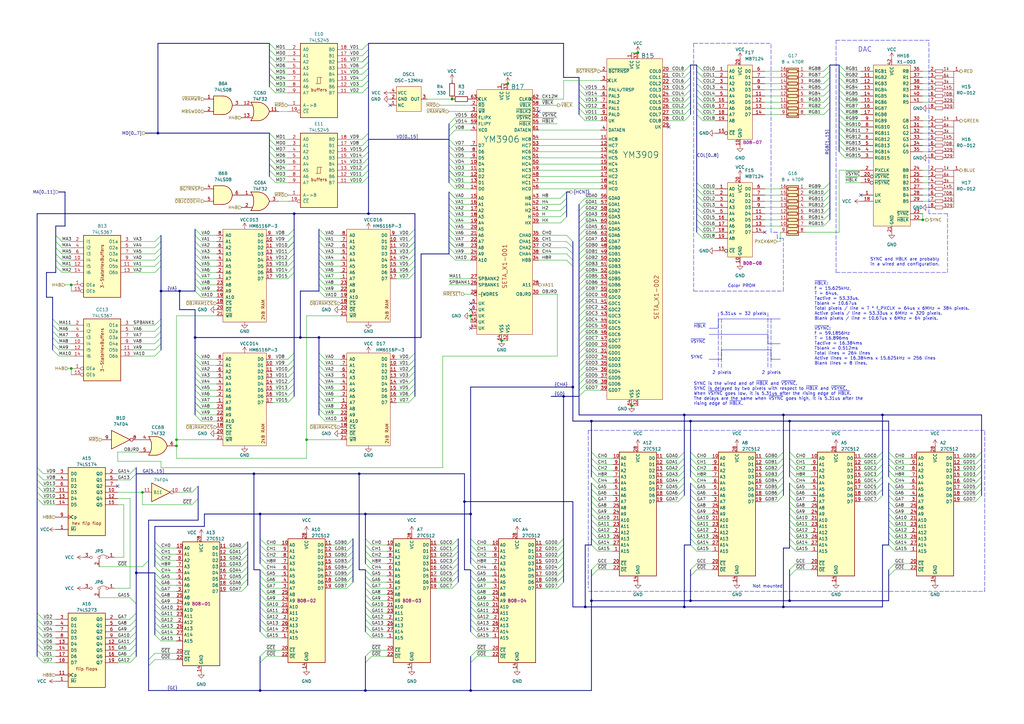
<source format=kicad_sch>
(kicad_sch (version 20211123) (generator eeschema)
  (paper "A3")
  (title_block (title "Arkanoid: Revenge of Doh ") (date "2023-02-22") (company "Ulf Skutnabba, twitter: @skutis77") (comment 1 "Seta number: P0-022-A"))
  (bus_alias "VA" (members "VA[0..10]" "SPBANK1"))
  (bus_alias "CHA" (members "CH[0..2]" "CH4" "H8R"))
  (bus_alias "HCNT" (members "HX" "H" "H2" "H4" "H8"))
  (bus_alias "GE" (members "GCE" "~{GCE}" "~{GOE}"))
  (bus_alias "GD" (members "GDA[0..7]" "GDB[0..7]" "GDC[0..7]" "GDD[0..7]"))
  (junction (at 29.21 151.13))
  (junction (at 73.66 119.38))
  (junction (at 104.14 194.31))
  (junction (at 149.86 210.82))
  (junction (at 261.62 21.59))
  (junction (at 242.57 246.38))
  (junction (at 72.39 180.34))
  (junction (at 321.31 248.92))
  (junction (at 193.04 210.82))
  (junction (at 66.04 119.38))
  (junction (at 234.95 158.75))
  (junction (at 193.04 283.21))
  (junction (at 147.32 194.31))
  (junction (at 323.85 246.38))
  (junction (at 151.13 87.63))
  (junction (at 80.01 138.43))
  (junction (at 72.39 182.88))
  (junction (at 283.21 246.38))
  (junction (at 149.86 283.21))
  (junction (at 185.42 40.64))
  (junction (at 193.04 129.54))
  (junction (at 321.31 170.18))
  (junction (at 361.95 170.18))
  (junction (at 378.46 90.17))
  (junction (at 242.57 172.72))
  (junction (at 106.68 210.82))
  (junction (at 323.85 172.72))
  (junction (at 64.77 54.61))
  (junction (at 231.14 162.56))
  (junction (at 259.08 166.37))
  (junction (at 29.21 116.84))
  (junction (at 125.73 180.34))
  (junction (at 208.28 34.29))
  (junction (at 106.68 283.21))
  (junction (at 58.42 201.93))
  (junction (at 205.74 139.7))
  (junction (at 123.19 138.43))
  (junction (at 280.67 248.92))
  (junction (at 190.5 205.74))
  (junction (at 240.03 248.92))
  (junction (at 130.81 138.43))
  (junction (at 120.65 87.63))
  (junction (at 280.67 170.18))
  (junction (at 283.21 172.72))
  (junction (at 55.88 234.95))
  (no_connect (at 220.98 45.72))
  (no_connect (at 274.32 52.07))
  (no_connect (at 48.26 199.39))
  (no_connect (at 313.69 95.25))
  (no_connect (at 193.04 124.46))
  (no_connect (at 193.04 127))
  (no_connect (at 353.06 80.01))
  (no_connect (at 193.04 134.62))
  (no_connect (at 160.02 43.18))
  (bus_entry (at 283.21 218.44) (size 2.54 2.54))
  (bus_entry (at 185.42 226.06) (size 2.54 -2.54))
  (bus_entry (at 229.87 86.36) (size 2.54 -2.54))
  (bus_entry (at 193.04 254) (size 2.54 2.54))
  (bus_entry (at 232.41 96.52) (size 2.54 2.54))
  (bus_entry (at 63.5 257.81) (size 2.54 2.54))
  (bus_entry (at 323.85 203.2) (size 2.54 2.54))
  (bus_entry (at 242.57 195.58) (size 2.54 2.54))
  (bus_entry (at 148.59 62.23) (size 2.54 -2.54))
  (bus_entry (at 237.49 157.48) (size 2.54 -2.54))
  (bus_entry (at 278.13 203.2) (size 2.54 -2.54))
  (bus_entry (at 285.75 46.99) (size 2.54 2.54))
  (bus_entry (at 285.75 26.67) (size 2.54 2.54))
  (bus_entry (at 53.34 245.11) (size 2.54 2.54))
  (bus_entry (at 242.57 208.28) (size 2.54 2.54))
  (bus_entry (at 237.49 162.56) (size 2.54 -2.54))
  (bus_entry (at 106.68 233.68) (size 2.54 2.54))
  (bus_entry (at 323.85 215.9) (size 2.54 2.54))
  (bus_entry (at 185.42 223.52) (size 2.54 -2.54))
  (bus_entry (at 237.49 134.62) (size 2.54 -2.54))
  (bus_entry (at 167.64 99.06) (size 2.54 -2.54))
  (bus_entry (at 167.64 160.02) (size 2.54 -2.54))
  (bus_entry (at 237.49 142.24) (size 2.54 -2.54))
  (bus_entry (at 242.57 200.66) (size 2.54 2.54))
  (bus_entry (at 323.85 220.98) (size 2.54 2.54))
  (bus_entry (at 99.06 229.87) (size 2.54 -2.54))
  (bus_entry (at 63.5 234.95) (size 2.54 2.54))
  (bus_entry (at 400.05 187.96) (size 2.54 -2.54))
  (bus_entry (at 63.5 140.97) (size 2.54 -2.54))
  (bus_entry (at 283.21 205.74) (size 2.54 2.54))
  (bus_entry (at 337.82 41.91) (size 2.54 -2.54))
  (bus_entry (at 184.15 55.88) (size 2.54 -2.54))
  (bus_entry (at 80.01 104.14) (size 2.54 2.54))
  (bus_entry (at 184.15 53.34) (size 2.54 -2.54))
  (bus_entry (at 323.85 233.68) (size 2.54 -2.54))
  (bus_entry (at 63.5 255.27) (size 2.54 2.54))
  (bus_entry (at 130.81 167.64) (size 2.54 2.54))
  (bus_entry (at 148.59 33.02) (size 2.54 -2.54))
  (bus_entry (at 167.64 101.6) (size 2.54 -2.54))
  (bus_entry (at 237.49 86.36) (size 2.54 -2.54))
  (bus_entry (at 149.86 251.46) (size 2.54 2.54))
  (bus_entry (at 242.57 223.52) (size 2.54 2.54))
  (bus_entry (at 148.59 20.32) (size 2.54 -2.54))
  (bus_entry (at 106.68 228.6) (size 2.54 2.54))
  (bus_entry (at 142.24 231.14) (size 2.54 -2.54))
  (bus_entry (at 106.68 248.92) (size 2.54 2.54))
  (bus_entry (at 148.59 35.56) (size 2.54 -2.54))
  (bus_entry (at 99.06 227.33) (size 2.54 -2.54))
  (bus_entry (at 118.11 160.02) (size 2.54 -2.54))
  (bus_entry (at 283.21 198.12) (size 2.54 2.54))
  (bus_entry (at 130.81 109.22) (size 2.54 2.54))
  (bus_entry (at 106.68 259.08) (size 2.54 2.54))
  (bus_entry (at 229.87 91.44) (size 2.54 -2.54))
  (bus_entry (at 364.49 218.44) (size 2.54 2.54))
  (bus_entry (at 280.67 34.29) (size 2.54 -2.54))
  (bus_entry (at 63.5 133.35) (size 2.54 -2.54))
  (bus_entry (at 106.68 243.84) (size 2.54 2.54))
  (bus_entry (at 167.64 114.3) (size 2.54 -2.54))
  (bus_entry (at 142.24 223.52) (size 2.54 -2.54))
  (bus_entry (at 283.21 203.2) (size 2.54 2.54))
  (bus_entry (at 149.86 256.54) (size 2.54 2.54))
  (bus_entry (at 280.67 31.75) (size 2.54 -2.54))
  (bus_entry (at 364.49 223.52) (size 2.54 2.54))
  (bus_entry (at 15.24 269.24) (size 2.54 2.54))
  (bus_entry (at 400.05 203.2) (size 2.54 -2.54))
  (bus_entry (at 53.34 269.24) (size 2.54 -2.54))
  (bus_entry (at 184.15 99.06) (size 2.54 2.54))
  (bus_entry (at 63.5 109.22) (size 2.54 -2.54))
  (bus_entry (at 21.59 135.89) (size 2.54 2.54))
  (bus_entry (at 99.06 224.79) (size 2.54 -2.54))
  (bus_entry (at 237.49 36.83) (size 2.54 2.54))
  (bus_entry (at 228.6 231.14) (size 2.54 -2.54))
  (bus_entry (at 149.86 238.76) (size 2.54 2.54))
  (bus_entry (at 323.85 187.96) (size 2.54 2.54))
  (bus_entry (at 99.06 242.57) (size 2.54 -2.54))
  (bus_entry (at 118.11 104.14) (size 2.54 -2.54))
  (bus_entry (at 280.67 46.99) (size 2.54 -2.54))
  (bus_entry (at 185.42 228.6) (size 2.54 -2.54))
  (bus_entry (at 285.75 44.45) (size 2.54 2.54))
  (bus_entry (at 130.81 111.76) (size 2.54 2.54))
  (bus_entry (at 359.41 190.5) (size 2.54 -2.54))
  (bus_entry (at 280.67 39.37) (size 2.54 -2.54))
  (bus_entry (at 63.5 138.43) (size 2.54 -2.54))
  (bus_entry (at 184.15 78.74) (size 2.54 2.54))
  (bus_entry (at 278.13 190.5) (size 2.54 -2.54))
  (bus_entry (at 364.49 195.58) (size 2.54 2.54))
  (bus_entry (at 148.59 69.85) (size 2.54 -2.54))
  (bus_entry (at 130.81 162.56) (size 2.54 2.54))
  (bus_entry (at 344.17 57.15) (size 2.54 2.54))
  (bus_entry (at 63.5 101.6) (size 2.54 -2.54))
  (bus_entry (at 400.05 195.58) (size 2.54 -2.54))
  (bus_entry (at 359.41 187.96) (size 2.54 -2.54))
  (bus_entry (at 280.67 49.53) (size 2.54 -2.54))
  (bus_entry (at 229.87 83.82) (size 2.54 -2.54))
  (bus_entry (at 400.05 205.74) (size 2.54 -2.54))
  (bus_entry (at 118.11 111.76) (size 2.54 -2.54))
  (bus_entry (at 237.49 127) (size 2.54 -2.54))
  (bus_entry (at 237.49 46.99) (size 2.54 2.54))
  (bus_entry (at 184.15 62.23) (size 2.54 2.54))
  (bus_entry (at 118.11 101.6) (size 2.54 -2.54))
  (bus_entry (at 142.24 241.3) (size 2.54 -2.54))
  (bus_entry (at 237.49 93.98) (size 2.54 -2.54))
  (bus_entry (at 228.6 236.22) (size 2.54 -2.54))
  (bus_entry (at 237.49 121.92) (size 2.54 -2.54))
  (bus_entry (at 237.49 119.38) (size 2.54 -2.54))
  (bus_entry (at 344.17 46.99) (size 2.54 2.54))
  (bus_entry (at 237.49 137.16) (size 2.54 -2.54))
  (bus_entry (at 242.57 198.12) (size 2.54 2.54))
  (bus_entry (at 323.85 200.66) (size 2.54 2.54))
  (bus_entry (at 118.11 106.68) (size 2.54 -2.54))
  (bus_entry (at 167.64 106.68) (size 2.54 -2.54))
  (bus_entry (at 118.11 99.06) (size 2.54 -2.54))
  (bus_entry (at 53.34 261.62) (size 2.54 -2.54))
  (bus_entry (at 193.04 259.08) (size 2.54 2.54))
  (bus_entry (at 167.64 149.86) (size 2.54 -2.54))
  (bus_entry (at 63.5 224.79) (size 2.54 2.54))
  (bus_entry (at 364.49 190.5) (size 2.54 2.54))
  (bus_entry (at 80.01 165.1) (size 2.54 2.54))
  (bus_entry (at 15.24 266.7) (size 2.54 2.54))
  (bus_entry (at 337.82 85.09) (size 2.54 -2.54))
  (bus_entry (at 232.41 104.14) (size 2.54 2.54))
  (bus_entry (at 130.81 160.02) (size 2.54 2.54))
  (bus_entry (at 193.04 228.6) (size 2.54 2.54))
  (bus_entry (at 80.01 157.48) (size 2.54 2.54))
  (bus_entry (at 228.6 228.6) (size 2.54 -2.54))
  (bus_entry (at 15.24 261.62) (size 2.54 2.54))
  (bus_entry (at 22.86 101.6) (size 2.54 2.54))
  (bus_entry (at 21.59 143.51) (size 2.54 2.54))
  (bus_entry (at 344.17 36.83) (size 2.54 2.54))
  (bus_entry (at 237.49 99.06) (size 2.54 -2.54))
  (bus_entry (at 63.5 250.19) (size 2.54 2.54))
  (bus_entry (at 278.13 205.74) (size 2.54 -2.54))
  (bus_entry (at 283.21 185.42) (size 2.54 2.54))
  (bus_entry (at 130.81 149.86) (size 2.54 2.54))
  (bus_entry (at 21.59 130.81) (size 2.54 2.54))
  (bus_entry (at 184.15 59.69) (size 2.54 2.54))
  (bus_entry (at 184.15 88.9) (size 2.54 2.54))
  (bus_entry (at 130.81 114.3) (size 2.54 2.54))
  (bus_entry (at 110.49 62.23) (size 2.54 2.54))
  (bus_entry (at 285.75 77.47) (size 2.54 2.54))
  (bus_entry (at 285.75 31.75) (size 2.54 2.54))
  (bus_entry (at 237.49 106.68) (size 2.54 -2.54))
  (bus_entry (at 148.59 67.31) (size 2.54 -2.54))
  (bus_entry (at 63.5 245.11) (size 2.54 2.54))
  (bus_entry (at 118.11 96.52) (size 2.54 -2.54))
  (bus_entry (at 337.82 36.83) (size 2.54 -2.54))
  (bus_entry (at 280.67 36.83) (size 2.54 -2.54))
  (bus_entry (at 237.49 83.82) (size 2.54 -2.54))
  (bus_entry (at 15.24 259.08) (size 2.54 2.54))
  (bus_entry (at 53.34 271.78) (size 2.54 -2.54))
  (bus_entry (at 53.34 266.7) (size 2.54 -2.54))
  (bus_entry (at 237.49 144.78) (size 2.54 -2.54))
  (bus_entry (at 106.68 246.38) (size 2.54 2.54))
  (bus_entry (at 106.68 226.06) (size 2.54 2.54))
  (bus_entry (at 359.41 200.66) (size 2.54 -2.54))
  (bus_entry (at 63.5 99.06) (size 2.54 -2.54))
  (bus_entry (at 237.49 124.46) (size 2.54 -2.54))
  (bus_entry (at 63.5 242.57) (size 2.54 2.54))
  (bus_entry (at 237.49 91.44) (size 2.54 -2.54))
  (bus_entry (at 318.77 200.66) (size 2.54 -2.54))
  (bus_entry (at 185.42 231.14) (size 2.54 -2.54))
  (bus_entry (at 149.86 269.24) (size 2.54 -2.54))
  (bus_entry (at 364.49 210.82) (size 2.54 2.54))
  (bus_entry (at 130.81 106.68) (size 2.54 2.54))
  (bus_entry (at 359.41 195.58) (size 2.54 -2.54))
  (bus_entry (at 193.04 231.14) (size 2.54 2.54))
  (bus_entry (at 193.04 269.24) (size 2.54 -2.54))
  (bus_entry (at 149.86 231.14) (size 2.54 2.54))
  (bus_entry (at 285.75 41.91) (size 2.54 2.54))
  (bus_entry (at 148.59 57.15) (size 2.54 -2.54))
  (bus_entry (at 110.49 33.02) (size 2.54 2.54))
  (bus_entry (at 167.64 154.94) (size 2.54 -2.54))
  (bus_entry (at 323.85 205.74) (size 2.54 2.54))
  (bus_entry (at 237.49 154.94) (size 2.54 -2.54))
  (bus_entry (at 400.05 198.12) (size 2.54 -2.54))
  (bus_entry (at 237.49 41.91) (size 2.54 2.54))
  (bus_entry (at 110.49 17.78) (size 2.54 2.54))
  (bus_entry (at 130.81 157.48) (size 2.54 2.54))
  (bus_entry (at 110.49 35.56) (size 2.54 2.54))
  (bus_entry (at 110.49 20.32) (size 2.54 2.54))
  (bus_entry (at 184.15 78.74) (size 2.54 2.54))
  (bus_entry (at 400.05 193.04) (size 2.54 -2.54))
  (bus_entry (at 344.17 26.67) (size 2.54 2.54))
  (bus_entry (at 148.59 22.86) (size 2.54 -2.54))
  (bus_entry (at 242.57 233.68) (size 2.54 -2.54))
  (bus_entry (at 148.59 72.39) (size 2.54 -2.54))
  (bus_entry (at 237.49 152.4) (size 2.54 -2.54))
  (bus_entry (at 63.5 229.87) (size 2.54 2.54))
  (bus_entry (at 15.24 201.93) (size 2.54 2.54))
  (bus_entry (at 283.21 195.58) (size 2.54 2.54))
  (bus_entry (at 130.81 116.84) (size 2.54 2.54))
  (bus_entry (at 53.34 264.16) (size 2.54 -2.54))
  (bus_entry (at 63.5 143.51) (size 2.54 -2.54))
  (bus_entry (at 63.5 135.89) (size 2.54 -2.54))
  (bus_entry (at 285.75 34.29) (size 2.54 2.54))
  (bus_entry (at 60.96 273.05) (size 2.54 -2.54))
  (bus_entry (at 323.85 185.42) (size 2.54 2.54))
  (bus_entry (at 80.01 109.22) (size 2.54 2.54))
  (bus_entry (at 237.49 44.45) (size 2.54 2.54))
  (bus_entry (at 167.64 109.22) (size 2.54 -2.54))
  (bus_entry (at 63.5 222.25) (size 2.54 2.54))
  (bus_entry (at 337.82 39.37) (size 2.54 -2.54))
  (bus_entry (at 148.59 25.4) (size 2.54 -2.54))
  (bus_entry (at 53.34 256.54) (size 2.54 -2.54))
  (bus_entry (at 63.5 260.35) (size 2.54 2.54))
  (bus_entry (at 149.86 271.78) (size 2.54 -2.54))
  (bus_entry (at 130.81 154.94) (size 2.54 2.54))
  (bus_entry (at 337.82 44.45) (size 2.54 -2.54))
  (bus_entry (at 80.01 157.48) (size 2.54 2.54))
  (bus_entry (at 337.82 77.47) (size 2.54 -2.54))
  (bus_entry (at 242.57 203.2) (size 2.54 2.54))
  (bus_entry (at 80.01 167.64) (size 2.54 2.54))
  (bus_entry (at 285.75 80.01) (size 2.54 2.54))
  (bus_entry (at 184.15 81.28) (size 2.54 2.54))
  (bus_entry (at 106.68 254) (size 2.54 2.54))
  (bus_entry (at 99.06 240.03) (size 2.54 -2.54))
  (bus_entry (at 237.49 116.84) (size 2.54 -2.54))
  (bus_entry (at 318.77 195.58) (size 2.54 -2.54))
  (bus_entry (at 106.68 271.78) (size 2.54 -2.54))
  (bus_entry (at 53.34 259.08) (size 2.54 -2.54))
  (bus_entry (at 193.04 233.68) (size 2.54 2.54))
  (bus_entry (at 318.77 193.04) (size 2.54 -2.54))
  (bus_entry (at 63.5 111.76) (size 2.54 -2.54))
  (bus_entry (at 106.68 256.54) (size 2.54 2.54))
  (bus_entry (at 149.86 223.52) (size 2.54 2.54))
  (bus_entry (at 22.86 106.68) (size 2.54 2.54))
  (bus_entry (at 106.68 220.98) (size 2.54 2.54))
  (bus_entry (at 285.75 39.37) (size 2.54 2.54))
  (bus_entry (at 364.49 198.12) (size 2.54 2.54))
  (bus_entry (at 237.49 101.6) (size 2.54 -2.54))
  (bus_entry (at 60.96 270.51) (size 2.54 -2.54))
  (bus_entry (at 237.49 149.86) (size 2.54 -2.54))
  (bus_entry (at 323.85 190.5) (size 2.54 2.54))
  (bus_entry (at 130.81 101.6) (size 2.54 2.54))
  (bus_entry (at 323.85 193.04) (size 2.54 2.54))
  (bus_entry (at 283.21 208.28) (size 2.54 2.54))
  (bus_entry (at 118.11 149.86) (size 2.54 -2.54))
  (bus_entry (at 318.77 187.96) (size 2.54 -2.54))
  (bus_entry (at 193.04 246.38) (size 2.54 2.54))
  (bus_entry (at 280.67 29.21) (size 2.54 -2.54))
  (bus_entry (at 193.04 241.3) (size 2.54 2.54))
  (bus_entry (at 130.81 96.52) (size 2.54 2.54))
  (bus_entry (at 149.86 236.22) (size 2.54 2.54))
  (bus_entry (at 242.57 185.42) (size 2.54 2.54))
  (bus_entry (at 184.15 72.39) (size 2.54 2.54))
  (bus_entry (at 364.49 236.22) (size 2.54 -2.54))
  (bus_entry (at 142.24 228.6) (size 2.54 -2.54))
  (bus_entry (at 110.49 27.94) (size 2.54 2.54))
  (bus_entry (at 344.17 62.23) (size 2.54 2.54))
  (bus_entry (at 237.49 139.7) (size 2.54 -2.54))
  (bus_entry (at 80.01 152.4) (size 2.54 2.54))
  (bus_entry (at 184.15 86.36) (size 2.54 2.54))
  (bus_entry (at 167.64 111.76) (size 2.54 -2.54))
  (bus_entry (at 63.5 252.73) (size 2.54 2.54))
  (bus_entry (at 80.01 160.02) (size 2.54 2.54))
  (bus_entry (at 149.86 228.6) (size 2.54 2.54))
  (bus_entry (at 184.15 83.82) (size 2.54 2.54))
  (bus_entry (at 148.59 27.94) (size 2.54 -2.54))
  (bus_entry (at 118.11 109.22) (size 2.54 -2.54))
  (bus_entry (at 149.86 220.98) (size 2.54 2.54))
  (bus_entry (at 285.75 36.83) (size 2.54 2.54))
  (bus_entry (at 118.11 101.6) (size 2.54 -2.54))
  (bus_entry (at 80.01 149.86) (size 2.54 2.54))
  (bus_entry (at 337.82 90.17) (size 2.54 -2.54))
  (bus_entry (at 193.04 223.52) (size 2.54 2.54))
  (bus_entry (at 228.6 238.76) (size 2.54 -2.54))
  (bus_entry (at 80.01 106.68) (size 2.54 2.54))
  (bus_entry (at 283.21 236.22) (size 2.54 -2.54))
  (bus_entry (at 184.15 96.52) (size 2.54 2.54))
  (bus_entry (at 53.34 196.85) (size 2.54 -2.54))
  (bus_entry (at 337.82 80.01) (size 2.54 -2.54))
  (bus_entry (at 99.06 237.49) (size 2.54 -2.54))
  (bus_entry (at 323.85 195.58) (size 2.54 2.54))
  (bus_entry (at 167.64 101.6) (size 2.54 -2.54))
  (bus_entry (at 364.49 208.28) (size 2.54 2.54))
  (bus_entry (at 80.01 170.18) (size 2.54 2.54))
  (bus_entry (at 149.86 241.3) (size 2.54 2.54))
  (bus_entry (at 184.15 101.6) (size 2.54 2.54))
  (bus_entry (at 80.01 111.76) (size 2.54 2.54))
  (bus_entry (at 344.17 49.53) (size 2.54 2.54))
  (bus_entry (at 337.82 46.99) (size 2.54 -2.54))
  (bus_entry (at 337.82 31.75) (size 2.54 -2.54))
  (bus_entry (at 78.74 207.01) (size 2.54 -2.54))
  (bus_entry (at 110.49 69.85) (size 2.54 2.54))
  (bus_entry (at 148.59 59.69) (size 2.54 -2.54))
  (bus_entry (at 323.85 236.22) (size 2.54 -2.54))
  (bus_entry (at 364.49 187.96) (size 2.54 2.54))
  (bus_entry (at 99.06 232.41) (size 2.54 -2.54))
  (bus_entry (at 99.06 234.95) (size 2.54 -2.54))
  (bus_entry (at 15.24 264.16) (size 2.54 2.54))
  (bus_entry (at 344.17 39.37) (size 2.54 2.54))
  (bus_entry (at 110.49 22.86) (size 2.54 2.54))
  (bus_entry (at 63.5 146.05) (size 2.54 -2.54))
  (bus_entry (at 400.05 200.66) (size 2.54 -2.54))
  (bus_entry (at 344.17 31.75) (size 2.54 2.54))
  (bus_entry (at 22.86 99.06) (size 2.54 2.54))
  (bus_entry (at 323.85 213.36) (size 2.54 2.54))
  (bus_entry (at 167.64 152.4) (size 2.54 -2.54))
  (bus_entry (at 237.49 132.08) (size 2.54 -2.54))
  (bus_entry (at 193.04 251.46) (size 2.54 2.54))
  (bus_entry (at 193.04 248.92) (size 2.54 2.54))
  (bus_entry (at 242.57 236.22) (size 2.54 -2.54))
  (bus_entry (at 130.81 106.68) (size 2.54 2.54))
  (bus_entry (at 110.49 30.48) (size 2.54 2.54))
  (bus_entry (at 80.01 116.84) (size 2.54 2.54))
  (bus_entry (at 15.24 199.39) (size 2.54 2.54))
  (bus_entry (at 110.49 67.31) (size 2.54 2.54))
  (bus_entry (at 359.41 193.04) (size 2.54 -2.54))
  (bus_entry (at 53.34 194.31) (size 2.54 -2.54))
  (bus_entry (at 110.49 57.15) (size 2.54 2.54))
  (bus_entry (at 80.01 144.78) (size 2.54 2.54))
  (bus_entry (at 149.86 248.92) (size 2.54 2.54))
  (bus_entry (at 228.6 226.06) (size 2.54 -2.54))
  (bus_entry (at 185.42 236.22) (size 2.54 -2.54))
  (bus_entry (at 63.5 232.41) (size 2.54 2.54))
  (bus_entry (at 193.04 271.78) (size 2.54 -2.54))
  (bus_entry (at 15.24 254) (size 2.54 2.54))
  (bus_entry (at 148.59 25.4) (size 2.54 -2.54))
  (bus_entry (at 184.15 67.31) (size 2.54 2.54))
  (bus_entry (at 110.49 64.77) (size 2.54 2.54))
  (bus_entry (at 15.24 191.77) (size 2.54 2.54))
  (bus_entry (at 285.75 87.63) (size 2.54 2.54))
  (bus_entry (at 184.15 57.15) (size 2.54 2.54))
  (bus_entry (at 193.04 238.76) (size 2.54 2.54))
  (bus_entry (at 337.82 92.71) (size 2.54 -2.54))
  (bus_entry (at 130.81 144.78) (size 2.54 2.54))
  (bus_entry (at 110.49 25.4) (size 2.54 2.54))
  (bus_entry (at 15.24 196.85) (size 2.54 2.54))
  (bus_entry (at 193.04 243.84) (size 2.54 2.54))
  (bus_entry (at 364.49 215.9) (size 2.54 2.54))
  (bus_entry (at 149.86 254) (size 2.54 2.54))
  (bus_entry (at 323.85 210.82) (size 2.54 2.54))
  (bus_entry (at 242.57 220.98) (size 2.54 2.54))
  (bus_entry (at 106.68 231.14) (size 2.54 2.54))
  (bus_entry (at 184.15 74.93) (size 2.54 2.54))
  (bus_entry (at 285.75 85.09) (size 2.54 2.54))
  (bus_entry (at 142.24 226.06) (size 2.54 -2.54))
  (bus_entry (at 167.64 147.32) (size 2.54 -2.54))
  (bus_entry (at 63.5 237.49) (size 2.54 2.54))
  (bus_entry (at 237.49 96.52) (size 2.54 -2.54))
  (bus_entry (at 130.81 157.48) (size 2.54 2.54))
  (bus_entry (at 323.85 223.52) (size 2.54 2.54))
  (bus_entry (at 364.49 220.98) (size 2.54 2.54))
  (bus_entry (at 228.6 233.68) (size 2.54 -2.54))
  (bus_entry (at 149.86 226.06) (size 2.54 2.54))
  (bus_entry (at 149.86 259.08) (size 2.54 2.54))
  (bus_entry (at 229.87 81.28) (size 2.54 -2.54))
  (bus_entry (at 184.15 104.14) (size 2.54 2.54))
  (bus_entry (at 148.59 62.23) (size 2.54 -2.54))
  (bus_entry (at 63.5 104.14) (size 2.54 -2.54))
  (bus_entry (at 167.64 96.52) (size 2.54 -2.54))
  (bus_entry (at 80.01 99.06) (size 2.54 2.54))
  (bus_entry (at 80.01 165.1) (size 2.54 2.54))
  (bus_entry (at 118.11 152.4) (size 2.54 -2.54))
  (bus_entry (at 344.17 34.29) (size 2.54 2.54))
  (bus_entry (at 285.75 82.55) (size 2.54 2.54))
  (bus_entry (at 229.87 88.9) (size 2.54 -2.54))
  (bus_entry (at 237.49 160.02) (size 2.54 -2.54))
  (bus_entry (at 184.15 93.98) (size 2.54 2.54))
  (bus_entry (at 80.01 96.52) (size 2.54 2.54))
  (bus_entry (at 22.86 96.52) (size 2.54 2.54))
  (bus_entry (at 148.59 38.1) (size 2.54 -2.54))
  (bus_entry (at 285.75 92.71) (size 2.54 2.54))
  (bus_entry (at 228.6 223.52) (size 2.54 -2.54))
  (bus_entry (at 242.57 215.9) (size 2.54 2.54))
  (bus_entry (at 283.21 210.82) (size 2.54 2.54))
  (bus_entry (at 148.59 30.48) (size 2.54 -2.54))
  (bus_entry (at 142.24 238.76) (size 2.54 -2.54))
  (bus_entry (at 185.42 238.76) (size 2.54 -2.54))
  (bus_entry (at 15.24 256.54) (size 2.54 2.54))
  (bus_entry (at 149.86 233.68) (size 2.54 2.54))
  (bus_entry (at 364.49 200.66) (size 2.54 2.54))
  (bus_entry (at 118.11 162.56) (size 2.54 -2.54))
  (bus_entry (at 318.77 190.5) (size 2.54 -2.54))
  (bus_entry (at 237.49 129.54) (size 2.54 -2.54))
  (bus_entry (at 106.68 223.52) (size 2.54 2.54))
  (bus_entry (at 344.17 54.61) (size 2.54 2.54))
  (bus_entry (at 337.82 29.21) (size 2.54 -2.54))
  (bus_entry (at 21.59 140.97) (size 2.54 2.54))
  (bus_entry (at 193.04 220.98) (size 2.54 2.54))
  (bus_entry (at 167.64 104.14) (size 2.54 -2.54))
  (bus_entry (at 78.74 201.93) (size 2.54 -2.54))
  (bus_entry (at 278.13 200.66) (size 2.54 -2.54))
  (bus_entry (at 228.6 241.3) (size 2.54 -2.54))
  (bus_entry (at 237.49 114.3) (size 2.54 -2.54))
  (bus_entry (at 130.81 93.98) (size 2.54 2.54))
  (bus_entry (at 285.75 90.17) (size 2.54 2.54))
  (bus_entry (at 232.41 99.06) (size 2.54 2.54))
  (bus_entry (at 58.42 232.41) (size 2.54 -2.54))
  (bus_entry (at 80.01 114.3) (size 2.54 2.54))
  (bus_entry (at 118.11 152.4) (size 2.54 -2.54))
  (bus_entry (at 364.49 193.04) (size 2.54 2.54))
  (bus_entry (at 106.68 241.3) (size 2.54 2.54))
  (bus_entry (at 118.11 114.3) (size 2.54 -2.54))
  (bus_entry (at 344.17 44.45) (size 2.54 2.54))
  (bus_entry (at 184.15 69.85) (size 2.54 2.54))
  (bus_entry (at 283.21 220.98) (size 2.54 2.54))
  (bus_entry (at 130.81 152.4) (size 2.54 2.54))
  (bus_entry (at 184.15 99.06) (size 2.54 2.54))
  (bus_entry (at 237.49 34.29) (size 2.54 2.54))
  (bus_entry (at 110.49 72.39) (size 2.54 2.54))
  (bus_entry (at 283.21 187.96) (size 2.54 2.54))
  (bus_entry (at 323.85 198.12) (size 2.54 2.54))
  (bus_entry (at 106.68 236.22) (size 2.54 2.54))
  (bus_entry (at 364.49 213.36) (size 2.54 2.54))
  (bus_entry (at 285.75 29.21) (size 2.54 2.54))
  (bus_entry (at 148.59 64.77) (size 2.54 -2.54))
  (bus_entry (at 80.01 93.98) (size 2.54 2.54))
  (bus_entry (at 185.42 233.68) (size 2.54 -2.54))
  (bus_entry (at 364.49 233.68) (size 2.54 -2.54))
  (bus_entry (at 80.01 106.68) (size 2.54 2.54))
  (bus_entry (at 80.01 154.94) (size 2.54 2.54))
  (bus_entry (at 283.21 215.9) (size 2.54 2.54))
  (bus_entry (at 237.49 147.32) (size 2.54 -2.54))
  (bus_entry (at 149.86 246.38) (size 2.54 2.54))
  (bus_entry (at 232.41 101.6) (size 2.54 2.54))
  (bus_entry (at 237.49 88.9) (size 2.54 -2.54))
  (bus_entry (at 237.49 111.76) (size 2.54 -2.54))
  (bus_entry (at 167.64 165.1) (size 2.54 -2.54))
  (bus_entry (at 359.41 205.74) (size 2.54 -2.54))
  (bus_entry (at 283.21 233.68) (size 2.54 -2.54))
  (bus_entry (at 193.04 256.54) (size 2.54 2.54))
  (bus_entry (at 337.82 82.55) (size 2.54 -2.54))
  (bus_entry (at 21.59 133.35) (size 2.54 2.54))
  (bus_entry (at 237.49 41.91) (size 2.54 2.54))
  (bus_entry (at 118.11 157.48) (size 2.54 -2.54))
  (bus_entry (at 242.57 190.5) (size 2.54 2.54))
  (bus_entry (at 130.81 99.06) (size 2.54 2.54))
  (bus_entry (at 22.86 109.22) (size 2.54 2.54))
  (bus_entry (at 278.13 198.12) (size 2.54 -2.54))
  (bus_entry (at 63.5 247.65) (size 2.54 2.54))
  (bus_entry (at 130.81 104.14) (size 2.54 2.54))
  (bus_entry (at 167.64 152.4) (size 2.54 -2.54))
  (bus_entry (at 364.49 185.42) (size 2.54 2.54))
  (bus_entry (at 344.17 59.69) (size 2.54 2.54))
  (bus_entry (at 323.85 208.28) (size 2.54 2.54))
  (bus_entry (at 118.11 154.94) (size 2.54 -2.54))
  (bus_entry (at 280.67 41.91) (size 2.54 -2.54))
  (bus_entry (at 80.01 101.6) (size 2.54 2.54))
  (bus_entry (at 278.13 195.58) (size 2.54 -2.54))
  (bus_entry (at 21.59 138.43) (size 2.54 2.54))
  (bus_entry (at 118.11 165.1) (size 2.54 -2.54))
  (bus_entry (at 130.81 119.38) (size 2.54 2.54))
  (bus_entry (at 110.49 67.31) (size 2.54 2.54))
  (bus_entry (at 237.49 109.22) (size 2.54 -2.54))
  (bus_entry (at 184.15 91.44) (size 2.54 2.54))
  (bus_entry (at 318.77 198.12) (size 2.54 -2.54))
  (bus_entry (at 106.68 251.46) (size 2.54 2.54))
  (bus_entry (at 110.49 59.69) (size 2.54 2.54))
  (bus_entry (at 242.57 205.74) (size 2.54 2.54))
  (bus_entry (at 232.41 106.68) (size 2.54 2.54))
  (bus_entry (at 364.49 203.2) (size 2.54 2.54))
  (bus_entry (at 283.21 213.36) (size 2.54 2.54))
  (bus_entry (at 242.57 210.82) (size 2.54 2.54))
  (bus_entry (at 359.41 198.12) (size 2.54 -2.54))
  (bus_entry (at 106.68 269.24) (size 2.54 -2.54))
  (bus_entry (at 283.21 193.04) (size 2.54 2.54))
  (bus_entry (at 22.86 104.14) (size 2.54 2.54))
  (bus_entry (at 283.21 190.5) (size 2.54 2.54))
  (bus_entry (at 337.82 87.63) (size 2.54 -2.54))
  (bus_entry (at 167.64 157.48) (size 2.54 -2.54))
  (bus_entry (at 242.57 213.36) (size 2.54 2.54))
  (bus_entry (at 149.86 243.84) (size 2.54 2.54))
  (bus_entry (at 80.01 162.56) (size 2.54 2.54))
  (bus_entry (at 400.05 190.5) (size 2.54 -2.54))
  (bus_entry (at 80.01 147.32) (size 2.54 2.54))
  (bus_entry (at 130.81 165.1) (size 2.54 2.54))
  (bus_entry (at 63.5 106.68) (size 2.54 -2.54))
  (bus_entry (at 283.21 200.66) (size 2.54 2.54))
  (bus_entry (at 278.13 187.96) (size 2.54 -2.54))
  (bus_entry (at 242.57 193.04) (size 2.54 2.54))
  (bus_entry (at 80.01 119.38) (size 2.54 2.54))
  (bus_entry (at 280.67 44.45) (size 2.54 -2.54))
  (bus_entry (at 242.57 218.44) (size 2.54 2.54))
  (bus_entry (at 242.57 187.96) (size 2.54 2.54))
  (bus_entry (at 285.75 95.25) (size 2.54 2.54))
  (bus_entry (at 167.64 162.56) (size 2.54 -2.54))
  (bus_entry (at 53.34 254) (size 2.54 -2.54))
  (bus_entry (at 359.41 203.2) (size 2.54 -2.54))
  (bus_entry (at 344.17 41.91) (size 2.54 2.54))
  (bus_entry (at 285.75 74.93) (size 2.54 2.54))
  (bus_entry (at 344.17 29.21) (size 2.54 2.54))
  (bus_entry (at 15.24 204.47) (size 2.54 2.54))
  (bus_entry (at 184.15 64.77) (size 2.54 2.54))
  (bus_entry (at 323.85 218.44) (size 2.54 2.54))
  (bus_entry (at 130.81 170.18) (size 2.54 2.54))
  (bus_entry (at 15.24 251.46) (size 2.54 2.54))
  (bus_entry (at 193.04 226.06) (size 2.54 2.54))
  (bus_entry (at 318.77 203.2) (size 2.54 -2.54))
  (bus_entry (at 184.15 69.85) (size 2.54 2.54))
  (bus_entry (at 110.49 54.61) (size 2.54 2.54))
  (bus_entry (at 237.49 39.37) (size 2.54 2.54))
  (bus_entry (at 318.77 205.74) (size 2.54 -2.54))
  (bus_entry (at 148.59 74.93) (size 2.54 -2.54))
  (bus_entry (at 344.17 52.07) (size 2.54 2.54))
  (bus_entry (at 106.68 238.76) (size 2.54 2.54))
  (bus_entry (at 185.42 241.3) (size 2.54 -2.54))
  (bus_entry (at 15.24 194.31) (size 2.54 2.54))
  (bus_entry (at 364.49 205.74) (size 2.54 2.54))
  (bus_entry (at 130.81 147.32) (size 2.54 2.54))
  (bus_entry (at 237.49 104.14) (size 2.54 -2.54))
  (bus_entry (at 193.04 236.22) (size 2.54 2.54))
  (bus_entry (at 110.49 30.48) (size 2.54 2.54))
  (bus_entry (at 283.21 223.52) (size 2.54 2.54))
  (bus_entry (at 142.24 233.68) (size 2.54 -2.54))
  (bus_entry (at 184.15 50.8) (size 2.54 -2.54))
  (bus_entry (at 118.11 147.32) (size 2.54 -2.54))
  (bus_entry (at 278.13 193.04) (size 2.54 -2.54))
  (bus_entry (at 337.82 34.29) (size 2.54 -2.54))
  (bus_entry (at 63.5 227.33) (size 2.54 2.54))
  (bus_entry (at 63.5 240.03) (size 2.54 2.54))
  (bus_entry (at 142.24 236.22) (size 2.54 -2.54))
  (bus (pts (xy 344.17 49.53) (xy 344.17 52.07)))
  (bus (pts (xy 323.85 187.96) (xy 323.85 190.5)))
  (bus (pts (xy 21.59 130.81) (xy 21.59 121.92)))
  (wire (pts (xy 92.71 232.41) (xy 99.06 232.41)))
  (bus (pts (xy 106.68 233.68) (xy 106.68 236.22)))
  (bus (pts (xy 120.65 93.98) (xy 120.65 96.52)))
  (bus (pts (xy 237.49 31.75) (xy 231.14 31.75)))
  (wire (pts (xy 367.03 203.2) (xy 373.38 203.2)))
  (wire (pts (xy 274.32 36.83) (xy 280.67 36.83)))
  (bus (pts (xy 321.31 185.42) (xy 321.31 187.96)))
  (wire (pts (xy 111.76 154.94) (xy 118.11 154.94)))
  (bus (pts (xy 323.85 213.36) (xy 323.85 215.9)))
  (bus (pts (xy 106.68 256.54) (xy 106.68 259.08)))
  (wire (pts (xy 54.61 133.35) (xy 63.5 133.35)))
  (bus (pts (xy 184.15 86.36) (xy 184.15 88.9)))
  (wire (pts (xy 393.7 190.5) (xy 400.05 190.5)))
  (bus (pts (xy 184.15 99.06) (xy 184.15 101.6)))
  (wire (pts (xy 109.22 261.62) (xy 115.57 261.62)))
  (bus (pts (xy 120.65 104.14) (xy 120.65 101.6)))
  (bus (pts (xy 344.17 44.45) (xy 344.17 46.99)))
  (bus (pts (xy 237.49 127) (xy 237.49 129.54)))
  (bus (pts (xy 130.81 162.56) (xy 130.81 165.1)))
  (bus (pts (xy 237.49 96.52) (xy 237.49 99.06)))
  (bus (pts (xy 193.04 271.78) (xy 193.04 283.21)))
  (wire (pts (xy 162.56 162.56) (xy 167.64 162.56)))
  (wire (pts (xy 288.29 87.63) (xy 293.37 87.63)))
  (wire (pts (xy 133.35 121.92) (xy 139.7 121.92)))
  (bus (pts (xy 344.17 36.83) (xy 344.17 39.37)))
  (wire (pts (xy 346.71 74.93) (xy 353.06 74.93)))
  (bus (pts (xy 22.86 96.52) (xy 22.86 92.71)))
  (bus (pts (xy 283.21 36.83) (xy 283.21 39.37)))
  (bus (pts (xy 242.57 233.68) (xy 242.57 236.22)))
  (wire (pts (xy 29.21 151.13) (xy 29.21 153.67)))
  (bus (pts (xy 55.88 191.77) (xy 55.88 194.31)))
  (bus (pts (xy 80.01 160.02) (xy 80.01 162.56)))
  (bus (pts (xy 144.78 233.68) (xy 144.78 236.22)))
  (bus (pts (xy 63.5 255.27) (xy 63.5 252.73)))
  (bus (pts (xy 283.21 34.29) (xy 283.21 36.83)))
  (bus (pts (xy 402.59 203.2) (xy 402.59 200.66)))
  (wire (pts (xy 143.51 22.86) (xy 148.59 22.86)))
  (wire (pts (xy 186.69 83.82) (xy 193.04 83.82)))
  (wire (pts (xy 58.42 207.01) (xy 58.42 201.93)))
  (bus (pts (xy 323.85 218.44) (xy 323.85 220.98)))
  (wire (pts (xy 288.29 41.91) (xy 293.37 41.91)))
  (wire (pts (xy 186.69 99.06) (xy 193.04 99.06)))
  (wire (pts (xy 109.22 223.52) (xy 115.57 223.52)))
  (wire (pts (xy 367.03 200.66) (xy 373.38 200.66)))
  (wire (pts (xy 109.22 256.54) (xy 115.57 256.54)))
  (wire (pts (xy 320.04 31.75) (xy 313.69 31.75)))
  (bus (pts (xy 285.75 82.55) (xy 285.75 80.01)))
  (wire (pts (xy 245.11 210.82) (xy 251.46 210.82)))
  (wire (pts (xy 222.25 241.3) (xy 228.6 241.3)))
  (bus (pts (xy 170.18 96.52) (xy 170.18 93.98)))
  (wire (pts (xy 66.04 250.19) (xy 72.39 250.19)))
  (bus (pts (xy 323.85 223.52) (xy 323.85 224.79)))
  (polyline (pts (xy 342.9 111.76) (xy 388.62 111.76)))
  (bus (pts (xy 402.59 198.12) (xy 402.59 195.58)))
  (polyline (pts (xy 316.23 147.32) (xy 316.23 143.51)) (stroke (width 0) (type solid)))
  (bus (pts (xy 361.95 170.18) (xy 321.31 170.18)))
  (bus (pts (xy 242.57 190.5) (xy 242.57 193.04)))
  (bus (pts (xy 340.36 87.63) (xy 340.36 85.09)))
  (wire (pts (xy 111.76 147.32) (xy 118.11 147.32)))
  (wire (pts (xy 186.69 106.68) (xy 193.04 106.68)))
  (wire (pts (xy 162.56 96.52) (xy 167.64 96.52)))
  (wire (pts (xy 66.04 262.89) (xy 72.39 262.89)))
  (bus (pts (xy 151.13 20.32) (xy 151.13 22.86)))
  (wire (pts (xy 195.58 254) (xy 201.93 254)))
  (bus (pts (xy 340.36 34.29) (xy 340.36 31.75)))
  (wire (pts (xy 195.58 266.7) (xy 201.93 266.7)))
  (bus (pts (xy 147.32 194.31) (xy 147.32 233.68)))
  (wire (pts (xy 133.35 167.64) (xy 139.7 167.64)))
  (bus (pts (xy 55.88 247.65) (xy 55.88 251.46)))
  (wire (pts (xy 114.3 82.55) (xy 118.11 82.55)))
  (wire (pts (xy 82.55 157.48) (xy 88.9 157.48)))
  (bus (pts (xy 63.5 257.81) (xy 63.5 255.27)))
  (bus (pts (xy 323.85 198.12) (xy 323.85 200.66)))
  (bus (pts (xy 106.68 271.78) (xy 106.68 283.21)))
  (wire (pts (xy 17.78 264.16) (xy 22.86 264.16)))
  (bus (pts (xy 147.32 194.31) (xy 190.5 194.31)))
  (wire (pts (xy 195.58 233.68) (xy 201.93 233.68)))
  (bus (pts (xy 149.86 228.6) (xy 149.86 231.14)))
  (wire (pts (xy 326.39 223.52) (xy 332.74 223.52)))
  (wire (pts (xy 186.69 59.69) (xy 193.04 59.69)))
  (wire (pts (xy 220.98 50.8) (xy 228.6 50.8)))
  (wire (pts (xy 271.78 198.12) (xy 278.13 198.12)))
  (wire (pts (xy 312.42 195.58) (xy 318.77 195.58)))
  (wire (pts (xy 381 54.61) (xy 378.46 54.61)))
  (bus (pts (xy 106.68 223.52) (xy 106.68 226.06)))
  (wire (pts (xy 66.04 247.65) (xy 72.39 247.65)))
  (bus (pts (xy 283.21 203.2) (xy 283.21 205.74)))
  (wire (pts (xy 220.98 72.39) (xy 246.38 72.39)))
  (bus (pts (xy 63.5 224.79) (xy 63.5 222.25)))
  (wire (pts (xy 48.26 259.08) (xy 53.34 259.08)))
  (wire (pts (xy 113.03 72.39) (xy 118.11 72.39)))
  (wire (pts (xy 353.06 205.74) (xy 359.41 205.74)))
  (wire (pts (xy 54.61 146.05) (xy 63.5 146.05)))
  (polyline (pts (xy 290.83 134.62) (xy 294.64 134.62)) (stroke (width 0) (type solid)))
  (wire (pts (xy 186.69 101.6) (xy 193.04 101.6)))
  (bus (pts (xy 344.17 29.21) (xy 344.17 31.75)))
  (bus (pts (xy 364.49 200.66) (xy 364.49 203.2)))
  (wire (pts (xy 24.13 133.35) (xy 29.21 133.35)))
  (bus (pts (xy 170.18 106.68) (xy 170.18 104.14)))
  (bus (pts (xy 170.18 157.48) (xy 170.18 154.94)))
  (bus (pts (xy 66.04 119.38) (xy 66.04 130.81)))
  (wire (pts (xy 186.69 53.34) (xy 193.04 53.34)))
  (bus (pts (xy 344.17 46.99) (xy 344.17 49.53)))
  (polyline (pts (xy 241.3 176.53) (xy 281.94 176.53)))
  (wire (pts (xy 195.58 259.08) (xy 201.93 259.08)))
  (wire (pts (xy 162.56 104.14) (xy 167.64 104.14)))
  (wire (pts (xy 186.69 48.26) (xy 193.04 48.26)))
  (wire (pts (xy 133.35 101.6) (xy 139.7 101.6)))
  (bus (pts (xy 151.13 54.61) (xy 151.13 57.15)))
  (wire (pts (xy 186.69 91.44) (xy 193.04 91.44)))
  (wire (pts (xy 135.89 233.68) (xy 142.24 233.68)))
  (bus (pts (xy 63.5 240.03) (xy 63.5 237.49)))
  (wire (pts (xy 24.13 143.51) (xy 29.21 143.51)))
  (wire (pts (xy 240.03 96.52) (xy 246.38 96.52)))
  (wire (pts (xy 245.11 220.98) (xy 251.46 220.98)))
  (bus (pts (xy 106.68 283.21) (xy 149.86 283.21)))
  (wire (pts (xy 285.75 193.04) (xy 292.1 193.04)))
  (bus (pts (xy 237.49 88.9) (xy 237.49 91.44)))
  (wire (pts (xy 66.04 242.57) (xy 72.39 242.57)))
  (wire (pts (xy 271.78 200.66) (xy 278.13 200.66)))
  (bus (pts (xy 323.85 236.22) (xy 323.85 246.38)))
  (bus (pts (xy 285.75 95.25) (xy 285.75 92.71)))
  (wire (pts (xy 288.29 90.17) (xy 293.37 90.17)))
  (bus (pts (xy 364.49 236.22) (xy 364.49 246.38)))
  (wire (pts (xy 17.78 256.54) (xy 22.86 256.54)))
  (wire (pts (xy 162.56 114.3) (xy 167.64 114.3)))
  (wire (pts (xy 330.2 34.29) (xy 337.82 34.29)))
  (wire (pts (xy 143.51 25.4) (xy 148.59 25.4)))
  (wire (pts (xy 393.7 193.04) (xy 400.05 193.04)))
  (bus (pts (xy 285.75 80.01) (xy 285.75 77.47)))
  (wire (pts (xy 125.73 180.34) (xy 139.7 180.34)))
  (wire (pts (xy 320.04 41.91) (xy 313.69 41.91)))
  (bus (pts (xy 120.65 87.63) (xy 151.13 87.63)))
  (wire (pts (xy 346.71 46.99) (xy 353.06 46.99)))
  (bus (pts (xy 234.95 158.75) (xy 234.95 172.72)))
  (bus (pts (xy 283.21 187.96) (xy 283.21 190.5)))
  (wire (pts (xy 54.61 140.97) (xy 63.5 140.97)))
  (bus (pts (xy 323.85 215.9) (xy 323.85 218.44)))
  (wire (pts (xy 288.29 85.09) (xy 293.37 85.09)))
  (bus (pts (xy 63.5 252.73) (xy 63.5 250.19)))
  (wire (pts (xy 82.55 104.14) (xy 88.9 104.14)))
  (bus (pts (xy 184.15 55.88) (xy 184.15 57.15)))
  (bus (pts (xy 242.57 236.22) (xy 242.57 246.38)))
  (bus (pts (xy 120.65 101.6) (xy 120.65 99.06)))
  (bus (pts (xy 321.31 200.66) (xy 321.31 203.2)))
  (bus (pts (xy 234.95 248.92) (xy 234.95 205.74)))
  (bus (pts (xy 66.04 138.43) (xy 66.04 140.97)))
  (bus (pts (xy 80.01 138.43) (xy 80.01 127)))
  (wire (pts (xy 220.98 74.93) (xy 246.38 74.93)))
  (bus (pts (xy 55.88 261.62) (xy 55.88 264.16)))
  (bus (pts (xy 285.75 39.37) (xy 285.75 36.83)))
  (bus (pts (xy 170.18 162.56) (xy 170.18 160.02)))
  (bus (pts (xy 130.81 114.3) (xy 130.81 116.84)))
  (wire (pts (xy 25.4 111.76) (xy 29.21 111.76)))
  (wire (pts (xy 320.04 99.06) (xy 318.77 99.06)))
  (bus (pts (xy 237.49 106.68) (xy 237.49 109.22)))
  (wire (pts (xy 220.98 96.52) (xy 232.41 96.52)))
  (wire (pts (xy 222.25 231.14) (xy 228.6 231.14)))
  (wire (pts (xy 353.06 187.96) (xy 359.41 187.96)))
  (bus (pts (xy 340.36 80.01) (xy 340.36 77.47)))
  (wire (pts (xy 152.4 231.14) (xy 158.75 231.14)))
  (wire (pts (xy 152.4 254) (xy 158.75 254)))
  (bus (pts (xy 22.86 106.68) (xy 22.86 109.22)))
  (bus (pts (xy 283.21 205.74) (xy 283.21 208.28)))
  (wire (pts (xy 285.75 226.06) (xy 292.1 226.06)))
  (bus (pts (xy 193.04 236.22) (xy 193.04 233.68)))
  (wire (pts (xy 113.03 27.94) (xy 118.11 27.94)))
  (bus (pts (xy 15.24 259.08) (xy 15.24 256.54)))
  (wire (pts (xy 222.25 223.52) (xy 228.6 223.52)))
  (wire (pts (xy 326.39 233.68) (xy 332.74 233.68)))
  (bus (pts (xy 323.85 224.79) (xy 321.31 224.79)))
  (bus (pts (xy 190.5 205.74) (xy 190.5 233.68)))
  (bus (pts (xy 242.57 210.82) (xy 242.57 213.36)))
  (bus (pts (xy 280.67 187.96) (xy 280.67 190.5)))
  (wire (pts (xy 72.39 182.88) (xy 72.39 187.96)))
  (wire (pts (xy 367.03 233.68) (xy 373.38 233.68)))
  (wire (pts (xy 240.03 144.78) (xy 246.38 144.78)))
  (wire (pts (xy 113.03 22.86) (xy 118.11 22.86)))
  (bus (pts (xy 283.21 223.52) (xy 280.67 223.52)))
  (bus (pts (xy 237.49 121.92) (xy 237.49 124.46)))
  (bus (pts (xy 231.14 233.68) (xy 231.14 236.22)))
  (wire (pts (xy 285.75 200.66) (xy 292.1 200.66)))
  (wire (pts (xy 82.55 152.4) (xy 88.9 152.4)))
  (bus (pts (xy 242.57 220.98) (xy 242.57 223.52)))
  (wire (pts (xy 152.4 251.46) (xy 158.75 251.46)))
  (wire (pts (xy 274.32 29.21) (xy 280.67 29.21)))
  (bus (pts (xy 55.88 251.46) (xy 55.88 254)))
  (bus (pts (xy 232.41 86.36) (xy 232.41 88.9)))
  (bus (pts (xy 63.5 229.87) (xy 63.5 227.33)))
  (bus (pts (xy 242.57 213.36) (xy 242.57 215.9)))
  (wire (pts (xy 17.78 254) (xy 22.86 254)))
  (wire (pts (xy 114.3 45.72) (xy 118.11 45.72)))
  (wire (pts (xy 330.2 80.01) (xy 337.82 80.01)))
  (bus (pts (xy 63.5 237.49) (xy 63.5 234.95)))
  (bus (pts (xy 344.17 59.69) (xy 344.17 62.23)))
  (wire (pts (xy 240.03 134.62) (xy 246.38 134.62)))
  (bus (pts (xy 193.04 246.38) (xy 193.04 243.84)))
  (wire (pts (xy 17.78 261.62) (xy 22.86 261.62)))
  (bus (pts (xy 151.13 30.48) (xy 151.13 33.02)))
  (bus (pts (xy 361.95 223.52) (xy 361.95 248.92)))
  (wire (pts (xy 285.75 203.2) (xy 292.1 203.2)))
  (wire (pts (xy 162.56 160.02) (xy 167.64 160.02)))
  (bus (pts (xy 130.81 165.1) (xy 130.81 167.64)))
  (wire (pts (xy 152.4 223.52) (xy 158.75 223.52)))
  (wire (pts (xy 240.03 39.37) (xy 246.38 39.37)))
  (wire (pts (xy 162.56 106.68) (xy 167.64 106.68)))
  (bus (pts (xy 323.85 220.98) (xy 323.85 223.52)))
  (wire (pts (xy 353.06 198.12) (xy 359.41 198.12)))
  (bus (pts (xy 232.41 78.74) (xy 232.41 81.28)))
  (wire (pts (xy 222.25 236.22) (xy 228.6 236.22)))
  (bus (pts (xy 193.04 283.21) (xy 242.57 283.21)))
  (wire (pts (xy 393.7 205.74) (xy 400.05 205.74)))
  (bus (pts (xy 321.31 195.58) (xy 321.31 198.12)))
  (wire (pts (xy 139.7 129.54) (xy 125.73 129.54)))
  (bus (pts (xy 193.04 238.76) (xy 193.04 236.22)))
  (wire (pts (xy 240.03 88.9) (xy 246.38 88.9)))
  (bus (pts (xy 237.49 149.86) (xy 237.49 152.4)))
  (wire (pts (xy 240.03 109.22) (xy 246.38 109.22)))
  (wire (pts (xy 179.07 236.22) (xy 185.42 236.22)))
  (bus (pts (xy 283.21 41.91) (xy 283.21 44.45)))
  (bus (pts (xy 237.49 137.16) (xy 237.49 139.7)))
  (wire (pts (xy 135.89 238.76) (xy 142.24 238.76)))
  (bus (pts (xy 120.65 87.63) (xy 15.24 87.63)))
  (bus (pts (xy 187.96 236.22) (xy 187.96 238.76)))
  (wire (pts (xy 78.74 207.01) (xy 58.42 207.01)))
  (bus (pts (xy 149.86 246.38) (xy 149.86 243.84)))
  (wire (pts (xy 152.4 256.54) (xy 158.75 256.54)))
  (bus (pts (xy 283.21 246.38) (xy 323.85 246.38)))
  (bus (pts (xy 231.14 220.98) (xy 231.14 223.52)))
  (bus (pts (xy 340.36 26.67) (xy 344.17 26.67)))
  (wire (pts (xy 152.4 236.22) (xy 158.75 236.22)))
  (bus (pts (xy 242.57 193.04) (xy 242.57 195.58)))
  (bus (pts (xy 66.04 96.52) (xy 66.04 99.06)))
  (wire (pts (xy 367.03 226.06) (xy 373.38 226.06)))
  (wire (pts (xy 367.03 213.36) (xy 373.38 213.36)))
  (bus (pts (xy 19.05 111.76) (xy 22.86 111.76)))
  (wire (pts (xy 205.74 34.29) (xy 208.28 34.29)))
  (wire (pts (xy 82.55 101.6) (xy 88.9 101.6)))
  (wire (pts (xy 240.03 49.53) (xy 246.38 49.53)))
  (wire (pts (xy 367.03 210.82) (xy 373.38 210.82)))
  (wire (pts (xy 24.13 138.43) (xy 29.21 138.43)))
  (wire (pts (xy 285.75 205.74) (xy 292.1 205.74)))
  (wire (pts (xy 113.03 59.69) (xy 118.11 59.69)))
  (bus (pts (xy 106.68 210.82) (xy 149.86 210.82)))
  (bus (pts (xy 15.24 256.54) (xy 15.24 254)))
  (wire (pts (xy 288.29 92.71) (xy 293.37 92.71)))
  (bus (pts (xy 240.03 223.52) (xy 240.03 248.92)))
  (bus (pts (xy 110.49 25.4) (xy 110.49 27.94)))
  (wire (pts (xy 320.04 77.47) (xy 313.69 77.47)))
  (wire (pts (xy 82.55 167.64) (xy 88.9 167.64)))
  (wire (pts (xy 381 36.83) (xy 378.46 36.83)))
  (bus (pts (xy 22.86 104.14) (xy 22.86 106.68)))
  (wire (pts (xy 288.29 29.21) (xy 293.37 29.21)))
  (wire (pts (xy 113.03 57.15) (xy 118.11 57.15)))
  (bus (pts (xy 193.04 158.75) (xy 193.04 210.82)))
  (bus (pts (xy 193.04 283.21) (xy 149.86 283.21)))
  (wire (pts (xy 288.29 46.99) (xy 293.37 46.99)))
  (wire (pts (xy 24.13 140.97) (xy 29.21 140.97)))
  (wire (pts (xy 72.39 187.96) (xy 125.73 187.96)))
  (bus (pts (xy 106.68 210.82) (xy 106.68 220.98)))
  (wire (pts (xy 245.11 205.74) (xy 251.46 205.74)))
  (bus (pts (xy 184.15 78.74) (xy 184.15 81.28)))
  (bus (pts (xy 15.24 251.46) (xy 15.24 204.47)))
  (wire (pts (xy 271.78 187.96) (xy 278.13 187.96)))
  (wire (pts (xy 66.04 255.27) (xy 72.39 255.27)))
  (wire (pts (xy 195.58 261.62) (xy 201.93 261.62)))
  (wire (pts (xy 240.03 81.28) (xy 246.38 81.28)))
  (wire (pts (xy 152.4 228.6) (xy 158.75 228.6)))
  (wire (pts (xy 320.04 82.55) (xy 313.69 82.55)))
  (polyline (pts (xy 294.64 128.27) (xy 294.64 151.13)))
  (bus (pts (xy 63.5 242.57) (xy 63.5 240.03)))
  (bus (pts (xy 130.81 104.14) (xy 130.81 106.68)))
  (bus (pts (xy 151.13 67.31) (xy 151.13 69.85)))
  (wire (pts (xy 72.39 180.34) (xy 72.39 182.88)))
  (wire (pts (xy 50.8 228.6) (xy 46.99 228.6)))
  (bus (pts (xy 63.5 247.65) (xy 63.5 245.11)))
  (bus (pts (xy 184.15 96.52) (xy 184.15 99.06)))
  (wire (pts (xy 111.76 106.68) (xy 118.11 106.68)))
  (wire (pts (xy 113.03 35.56) (xy 118.11 35.56)))
  (wire (pts (xy 133.35 149.86) (xy 139.7 149.86)))
  (wire (pts (xy 186.69 104.14) (xy 193.04 104.14)))
  (polyline (pts (xy 295.91 143.51) (xy 316.23 143.51)) (stroke (width 0) (type solid)))
  (bus (pts (xy 285.75 36.83) (xy 285.75 34.29)))
  (polyline (pts (xy 381 87.63) (xy 381 16.51)))
  (wire (pts (xy 66.04 252.73) (xy 72.39 252.73)))
  (wire (pts (xy 29.21 116.84) (xy 29.21 119.38)))
  (bus (pts (xy 283.21 200.66) (xy 283.21 203.2)))
  (polyline (pts (xy 321.31 119.38) (xy 321.31 97.79)))
  (wire (pts (xy 82.55 119.38) (xy 88.9 119.38)))
  (bus (pts (xy 80.01 114.3) (xy 80.01 116.84)))
  (bus (pts (xy 283.21 172.72) (xy 323.85 172.72)))
  (wire (pts (xy 220.98 40.64) (xy 231.14 40.64)))
  (wire (pts (xy 245.11 215.9) (xy 251.46 215.9)))
  (wire (pts (xy 152.4 269.24) (xy 158.75 269.24)))
  (wire (pts (xy 245.11 208.28) (xy 251.46 208.28)))
  (bus (pts (xy 80.01 157.48) (xy 80.01 160.02)))
  (bus (pts (xy 106.68 248.92) (xy 106.68 251.46)))
  (wire (pts (xy 109.22 236.22) (xy 115.57 236.22)))
  (bus (pts (xy 66.04 135.89) (xy 66.04 138.43)))
  (bus (pts (xy 101.6 224.79) (xy 101.6 227.33)))
  (wire (pts (xy 82.55 99.06) (xy 88.9 99.06)))
  (bus (pts (xy 242.57 218.44) (xy 242.57 220.98)))
  (bus (pts (xy 106.68 251.46) (xy 106.68 254)))
  (bus (pts (xy 364.49 193.04) (xy 364.49 195.58)))
  (wire (pts (xy 26.67 116.84) (xy 29.21 116.84)))
  (wire (pts (xy 186.69 93.98) (xy 193.04 93.98)))
  (wire (pts (xy 285.75 198.12) (xy 292.1 198.12)))
  (bus (pts (xy 237.49 46.99) (xy 237.49 44.45)))
  (wire (pts (xy 113.03 62.23) (xy 118.11 62.23)))
  (wire (pts (xy 240.03 160.02) (xy 246.38 160.02)))
  (bus (pts (xy 361.95 195.58) (xy 361.95 198.12)))
  (bus (pts (xy 187.96 226.06) (xy 187.96 228.6)))
  (wire (pts (xy 240.03 86.36) (xy 246.38 86.36)))
  (wire (pts (xy 330.2 36.83) (xy 337.82 36.83)))
  (bus (pts (xy 283.21 213.36) (xy 283.21 215.9)))
  (wire (pts (xy 66.04 260.35) (xy 72.39 260.35)))
  (wire (pts (xy 17.78 269.24) (xy 22.86 269.24)))
  (wire (pts (xy 240.03 93.98) (xy 246.38 93.98)))
  (bus (pts (xy 106.68 241.3) (xy 106.68 243.84)))
  (wire (pts (xy 48.26 264.16) (xy 53.34 264.16)))
  (wire (pts (xy 326.39 220.98) (xy 332.74 220.98)))
  (bus (pts (xy 402.59 190.5) (xy 402.59 187.96)))
  (wire (pts (xy 346.71 59.69) (xy 353.06 59.69)))
  (bus (pts (xy 237.49 170.18) (xy 237.49 162.56)))
  (polyline (pts (xy 284.48 119.38) (xy 321.31 119.38)))
  (bus (pts (xy 22.86 99.06) (xy 22.86 101.6)))
  (bus (pts (xy 237.49 114.3) (xy 237.49 116.84)))
  (wire (pts (xy 135.89 236.22) (xy 142.24 236.22)))
  (wire (pts (xy 326.39 226.06) (xy 332.74 226.06)))
  (wire (pts (xy 326.39 208.28) (xy 332.74 208.28)))
  (bus (pts (xy 55.88 259.08) (xy 55.88 261.62)))
  (bus (pts (xy 184.15 67.31) (xy 184.15 69.85)))
  (wire (pts (xy 133.35 147.32) (xy 139.7 147.32)))
  (bus (pts (xy 283.21 44.45) (xy 283.21 46.99)))
  (wire (pts (xy 320.04 92.71) (xy 313.69 92.71)))
  (wire (pts (xy 288.29 80.01) (xy 293.37 80.01)))
  (bus (pts (xy 21.59 135.89) (xy 21.59 133.35)))
  (wire (pts (xy 367.03 187.96) (xy 373.38 187.96)))
  (bus (pts (xy 184.15 101.6) (xy 184.15 104.14)))
  (bus (pts (xy 364.49 213.36) (xy 364.49 215.9)))
  (bus (pts (xy 144.78 223.52) (xy 144.78 226.06)))
  (wire (pts (xy 133.35 172.72) (xy 139.7 172.72)))
  (wire (pts (xy 240.03 121.92) (xy 246.38 121.92)))
  (bus (pts (xy 55.88 194.31) (xy 104.14 194.31)))
  (bus (pts (xy 283.21 26.67) (xy 283.21 29.21)))
  (bus (pts (xy 149.86 241.3) (xy 149.86 238.76)))
  (wire (pts (xy 24.13 135.89) (xy 29.21 135.89)))
  (wire (pts (xy 111.76 162.56) (xy 118.11 162.56)))
  (bus (pts (xy 149.86 238.76) (xy 149.86 236.22)))
  (bus (pts (xy 184.15 104.14) (xy 172.72 104.14)))
  (bus (pts (xy 321.31 193.04) (xy 321.31 195.58)))
  (wire (pts (xy 330.2 29.21) (xy 337.82 29.21)))
  (bus (pts (xy 283.21 172.72) (xy 283.21 185.42)))
  (wire (pts (xy 285.75 195.58) (xy 292.1 195.58)))
  (wire (pts (xy 82.55 114.3) (xy 88.9 114.3)))
  (wire (pts (xy 312.42 200.66) (xy 318.77 200.66)))
  (bus (pts (xy 402.59 195.58) (xy 402.59 193.04)))
  (polyline (pts (xy 295.91 147.32) (xy 295.91 143.51)) (stroke (width 0) (type solid)))
  (bus (pts (xy 361.95 185.42) (xy 361.95 187.96)))
  (wire (pts (xy 240.03 116.84) (xy 246.38 116.84)))
  (wire (pts (xy 222.25 233.68) (xy 228.6 233.68)))
  (wire (pts (xy 24.13 146.05) (xy 29.21 146.05)))
  (wire (pts (xy 186.69 67.31) (xy 193.04 67.31)))
  (wire (pts (xy 133.35 119.38) (xy 139.7 119.38)))
  (wire (pts (xy 109.22 246.38) (xy 115.57 246.38)))
  (bus (pts (xy 130.81 116.84) (xy 130.81 119.38)))
  (bus (pts (xy 172.72 104.14) (xy 172.72 138.43)))
  (bus (pts (xy 110.49 20.32) (xy 110.49 22.86)))
  (bus (pts (xy 283.21 208.28) (xy 283.21 210.82)))
  (wire (pts (xy 92.71 234.95) (xy 99.06 234.95)))
  (wire (pts (xy 143.51 69.85) (xy 148.59 69.85)))
  (wire (pts (xy 245.11 190.5) (xy 251.46 190.5)))
  (wire (pts (xy 109.22 259.08) (xy 115.57 259.08)))
  (wire (pts (xy 326.39 231.14) (xy 332.74 231.14)))
  (wire (pts (xy 48.26 266.7) (xy 53.34 266.7)))
  (polyline (pts (xy 322.58 176.53) (xy 363.22 176.53)))
  (bus (pts (xy 151.13 33.02) (xy 151.13 35.56)))
  (bus (pts (xy 187.96 228.6) (xy 187.96 231.14)))
  (wire (pts (xy 367.03 231.14) (xy 373.38 231.14)))
  (bus (pts (xy 80.01 162.56) (xy 80.01 165.1)))
  (bus (pts (xy 170.18 154.94) (xy 170.18 152.4)))
  (wire (pts (xy 152.4 259.08) (xy 158.75 259.08)))
  (bus (pts (xy 106.68 238.76) (xy 106.68 241.3)))
  (polyline (pts (xy 316.23 130.81) (xy 316.23 151.13)))
  (wire (pts (xy 393.7 198.12) (xy 400.05 198.12)))
  (bus (pts (xy 234.95 99.06) (xy 234.95 101.6)))
  (wire (pts (xy 245.11 226.06) (xy 251.46 226.06)))
  (wire (pts (xy 88.9 180.34) (xy 72.39 180.34)))
  (wire (pts (xy 220.98 69.85) (xy 246.38 69.85)))
  (bus (pts (xy 123.19 138.43) (xy 130.81 138.43)))
  (bus (pts (xy 234.95 109.22) (xy 234.95 158.75)))
  (bus (pts (xy 285.75 34.29) (xy 285.75 31.75)))
  (wire (pts (xy 285.75 215.9) (xy 292.1 215.9)))
  (bus (pts (xy 73.66 127) (xy 73.66 119.38)))
  (wire (pts (xy 82.55 165.1) (xy 88.9 165.1)))
  (wire (pts (xy 152.4 226.06) (xy 158.75 226.06)))
  (wire (pts (xy 162.56 111.76) (xy 167.64 111.76)))
  (wire (pts (xy 320.04 44.45) (xy 313.69 44.45)))
  (bus (pts (xy 242.57 223.52) (xy 240.03 223.52)))
  (bus (pts (xy 55.88 264.16) (xy 55.88 266.7)))
  (bus (pts (xy 321.31 187.96) (xy 321.31 190.5)))
  (wire (pts (xy 326.39 195.58) (xy 332.74 195.58)))
  (bus (pts (xy 285.75 29.21) (xy 285.75 26.67)))
  (bus (pts (xy 285.75 87.63) (xy 285.75 85.09)))
  (wire (pts (xy 271.78 203.2) (xy 278.13 203.2)))
  (wire (pts (xy 381 57.15) (xy 378.46 57.15)))
  (wire (pts (xy 179.07 238.76) (xy 185.42 238.76)))
  (wire (pts (xy 312.42 187.96) (xy 318.77 187.96)))
  (wire (pts (xy 193.04 129.54) (xy 193.04 132.08)))
  (wire (pts (xy 220.98 101.6) (xy 232.41 101.6)))
  (wire (pts (xy 152.4 266.7) (xy 158.75 266.7)))
  (wire (pts (xy 54.61 104.14) (xy 63.5 104.14)))
  (wire (pts (xy 152.4 248.92) (xy 158.75 248.92)))
  (bus (pts (xy 237.49 119.38) (xy 237.49 121.92)))
  (wire (pts (xy 48.26 204.47) (xy 53.34 204.47)))
  (bus (pts (xy 170.18 109.22) (xy 170.18 106.68)))
  (wire (pts (xy 179.07 228.6) (xy 185.42 228.6)))
  (wire (pts (xy 186.69 62.23) (xy 193.04 62.23)))
  (bus (pts (xy 170.18 152.4) (xy 170.18 149.86)))
  (wire (pts (xy 48.26 269.24) (xy 53.34 269.24)))
  (bus (pts (xy 66.04 140.97) (xy 66.04 143.51)))
  (wire (pts (xy 378.46 87.63) (xy 378.46 90.17)))
  (bus (pts (xy 80.01 109.22) (xy 80.01 111.76)))
  (wire (pts (xy 162.56 157.48) (xy 167.64 157.48)))
  (wire (pts (xy 109.22 231.14) (xy 115.57 231.14)))
  (bus (pts (xy 15.24 264.16) (xy 15.24 261.62)))
  (wire (pts (xy 367.03 218.44) (xy 373.38 218.44)))
  (bus (pts (xy 237.49 44.45) (xy 237.49 41.91)))
  (bus (pts (xy 123.19 119.38) (xy 130.81 119.38)))
  (bus (pts (xy 104.14 194.31) (xy 104.14 233.68)))
  (bus (pts (xy 120.65 157.48) (xy 120.65 154.94)))
  (bus (pts (xy 231.14 236.22) (xy 231.14 238.76)))
  (wire (pts (xy 111.76 96.52) (xy 118.11 96.52)))
  (bus (pts (xy 151.13 35.56) (xy 151.13 54.61)))
  (wire (pts (xy 245.11 223.52) (xy 251.46 223.52)))
  (bus (pts (xy 81.28 204.47) (xy 81.28 213.36)))
  (bus (pts (xy 193.04 210.82) (xy 193.04 220.98)))
  (wire (pts (xy 133.35 152.4) (xy 139.7 152.4)))
  (wire (pts (xy 288.29 97.79) (xy 293.37 97.79)))
  (bus (pts (xy 130.81 138.43) (xy 130.81 144.78)))
  (wire (pts (xy 381 39.37) (xy 378.46 39.37)))
  (bus (pts (xy 231.14 162.56) (xy 231.14 220.98)))
  (wire (pts (xy 346.71 29.21) (xy 353.06 29.21)))
  (wire (pts (xy 346.71 54.61) (xy 353.06 54.61)))
  (bus (pts (xy 15.24 194.31) (xy 15.24 191.77)))
  (wire (pts (xy 367.03 195.58) (xy 373.38 195.58)))
  (polyline (pts (xy 295.91 130.81) (xy 295.91 151.13)))
  (bus (pts (xy 149.86 269.24) (xy 149.86 271.78)))
  (wire (pts (xy 186.69 50.8) (xy 193.04 50.8)))
  (wire (pts (xy 285.75 210.82) (xy 292.1 210.82)))
  (bus (pts (xy 81.28 213.36) (xy 60.96 213.36)))
  (bus (pts (xy 106.68 228.6) (xy 106.68 231.14)))
  (wire (pts (xy 271.78 193.04) (xy 278.13 193.04)))
  (polyline (pts (xy 284.48 17.78) (xy 284.48 119.38)))
  (bus (pts (xy 344.17 57.15) (xy 344.17 59.69)))
  (bus (pts (xy 323.85 205.74) (xy 323.85 208.28)))
  (wire (pts (xy 240.03 132.08) (xy 246.38 132.08)))
  (bus (pts (xy 283.21 31.75) (xy 283.21 34.29)))
  (polyline (pts (xy 290.83 137.16) (xy 314.96 137.16)) (stroke (width 0) (type solid)))
  (wire (pts (xy 186.69 74.93) (xy 193.04 74.93)))
  (bus (pts (xy 283.21 39.37) (xy 283.21 41.91)))
  (bus (pts (xy 187.96 223.52) (xy 187.96 226.06)))
  (wire (pts (xy 135.89 223.52) (xy 142.24 223.52)))
  (bus (pts (xy 193.04 220.98) (xy 193.04 223.52)))
  (wire (pts (xy 66.04 189.23) (xy 48.26 189.23)))
  (bus (pts (xy 170.18 160.02) (xy 170.18 157.48)))
  (wire (pts (xy 240.03 104.14) (xy 246.38 104.14)))
  (bus (pts (xy 323.85 203.2) (xy 323.85 205.74)))
  (wire (pts (xy 326.39 215.9) (xy 332.74 215.9)))
  (wire (pts (xy 125.73 180.34) (xy 125.73 187.96)))
  (bus (pts (xy 26.67 92.71) (xy 26.67 78.74)))
  (wire (pts (xy 367.03 193.04) (xy 373.38 193.04)))
  (wire (pts (xy 326.39 190.5) (xy 332.74 190.5)))
  (wire (pts (xy 133.35 114.3) (xy 139.7 114.3)))
  (wire (pts (xy 48.26 261.62) (xy 53.34 261.62)))
  (bus (pts (xy 55.88 266.7) (xy 55.88 269.24)))
  (bus (pts (xy 193.04 228.6) (xy 193.04 231.14)))
  (wire (pts (xy 259.08 166.37) (xy 261.62 166.37)))
  (bus (pts (xy 170.18 99.06) (xy 170.18 96.52)))
  (wire (pts (xy 109.22 266.7) (xy 115.57 266.7)))
  (bus (pts (xy 66.04 101.6) (xy 66.04 104.14)))
  (wire (pts (xy 285.75 231.14) (xy 292.1 231.14)))
  (wire (pts (xy 27.94 151.13) (xy 29.21 151.13)))
  (wire (pts (xy 111.76 109.22) (xy 118.11 109.22)))
  (wire (pts (xy 312.42 205.74) (xy 318.77 205.74)))
  (wire (pts (xy 113.03 25.4) (xy 118.11 25.4)))
  (bus (pts (xy 237.49 86.36) (xy 237.49 88.9)))
  (wire (pts (xy 186.69 88.9) (xy 193.04 88.9)))
  (wire (pts (xy 393.7 203.2) (xy 400.05 203.2)))
  (bus (pts (xy 144.78 231.14) (xy 144.78 233.68)))
  (bus (pts (xy 193.04 223.52) (xy 193.04 226.06)))
  (wire (pts (xy 92.71 229.87) (xy 99.06 229.87)))
  (bus (pts (xy 231.14 228.6) (xy 231.14 231.14)))
  (wire (pts (xy 82.55 162.56) (xy 88.9 162.56)))
  (wire (pts (xy 245.11 195.58) (xy 251.46 195.58)))
  (wire (pts (xy 240.03 142.24) (xy 246.38 142.24)))
  (bus (pts (xy 344.17 39.37) (xy 344.17 41.91)))
  (wire (pts (xy 381 31.75) (xy 378.46 31.75)))
  (wire (pts (xy 186.69 81.28) (xy 193.04 81.28)))
  (bus (pts (xy 323.85 208.28) (xy 323.85 210.82)))
  (bus (pts (xy 190.5 194.31) (xy 190.5 205.74)))
  (wire (pts (xy 66.04 189.23) (xy 66.04 191.77)))
  (bus (pts (xy 323.85 193.04) (xy 323.85 195.58)))
  (wire (pts (xy 285.75 213.36) (xy 292.1 213.36)))
  (bus (pts (xy 402.59 187.96) (xy 402.59 185.42)))
  (bus (pts (xy 130.81 157.48) (xy 130.81 160.02)))
  (wire (pts (xy 245.11 203.2) (xy 251.46 203.2)))
  (wire (pts (xy 393.7 187.96) (xy 400.05 187.96)))
  (bus (pts (xy 193.04 233.68) (xy 190.5 233.68)))
  (wire (pts (xy 190.5 120.65) (xy 193.04 120.65)))
  (bus (pts (xy 242.57 205.74) (xy 242.57 208.28)))
  (polyline (pts (xy 342.9 16.51) (xy 342.9 111.76)))
  (wire (pts (xy 381 59.69) (xy 378.46 59.69)))
  (bus (pts (xy 193.04 158.75) (xy 234.95 158.75)))
  (bus (pts (xy 149.86 254) (xy 149.86 251.46)))
  (wire (pts (xy 48.26 256.54) (xy 53.34 256.54)))
  (wire (pts (xy 320.04 95.25) (xy 320.04 99.06)))
  (bus (pts (xy 184.15 72.39) (xy 184.15 74.93)))
  (polyline (pts (xy 321.31 97.79) (xy 318.77 97.79)))
  (polyline (pts (xy 403.86 242.57) (xy 403.86 176.53)))
  (wire (pts (xy 82.55 170.18) (xy 88.9 170.18)))
  (bus (pts (xy 80.01 101.6) (xy 80.01 104.14)))
  (bus (pts (xy 237.49 129.54) (xy 237.49 132.08)))
  (bus (pts (xy 66.04 99.06) (xy 66.04 101.6)))
  (bus (pts (xy 170.18 111.76) (xy 170.18 109.22)))
  (bus (pts (xy 130.81 93.98) (xy 130.81 96.52)))
  (wire (pts (xy 152.4 233.68) (xy 158.75 233.68)))
  (wire (pts (xy 346.71 39.37) (xy 353.06 39.37)))
  (bus (pts (xy 149.86 256.54) (xy 149.86 254)))
  (bus (pts (xy 344.17 52.07) (xy 344.17 54.61)))
  (wire (pts (xy 113.03 69.85) (xy 118.11 69.85)))
  (bus (pts (xy 323.85 210.82) (xy 323.85 213.36)))
  (bus (pts (xy 151.13 72.39) (xy 151.13 87.63)))
  (wire (pts (xy 17.78 194.31) (xy 22.86 194.31)))
  (wire (pts (xy 133.35 154.94) (xy 139.7 154.94)))
  (bus (pts (xy 66.04 104.14) (xy 66.04 106.68)))
  (bus (pts (xy 149.86 236.22) (xy 149.86 233.68)))
  (wire (pts (xy 66.04 234.95) (xy 72.39 234.95)))
  (wire (pts (xy 381 62.23) (xy 378.46 62.23)))
  (wire (pts (xy 152.4 238.76) (xy 158.75 238.76)))
  (wire (pts (xy 344.17 95.25) (xy 344.17 69.85)))
  (bus (pts (xy 66.04 130.81) (xy 66.04 133.35)))
  (wire (pts (xy 271.78 195.58) (xy 278.13 195.58)))
  (bus (pts (xy 170.18 147.32) (xy 170.18 144.78)))
  (wire (pts (xy 320.04 46.99) (xy 313.69 46.99)))
  (wire (pts (xy 326.39 210.82) (xy 332.74 210.82)))
  (wire (pts (xy 54.61 101.6) (xy 63.5 101.6)))
  (bus (pts (xy 237.49 142.24) (xy 237.49 144.78)))
  (bus (pts (xy 130.81 99.06) (xy 130.81 101.6)))
  (wire (pts (xy 111.76 99.06) (xy 118.11 99.06)))
  (bus (pts (xy 364.49 203.2) (xy 364.49 205.74)))
  (wire (pts (xy 285.75 223.52) (xy 292.1 223.52)))
  (bus (pts (xy 80.01 167.64) (xy 80.01 170.18)))
  (bus (pts (xy 237.49 83.82) (xy 237.49 86.36)))
  (bus (pts (xy 242.57 246.38) (xy 283.21 246.38)))
  (polyline (pts (xy 316.23 95.25) (xy 316.23 17.78)))
  (wire (pts (xy 111.76 152.4) (xy 118.11 152.4)))
  (wire (pts (xy 378.46 90.17) (xy 379.73 90.17)))
  (bus (pts (xy 285.75 92.71) (xy 285.75 90.17)))
  (wire (pts (xy 240.03 36.83) (xy 246.38 36.83)))
  (wire (pts (xy 133.35 157.48) (xy 139.7 157.48)))
  (bus (pts (xy 184.15 93.98) (xy 184.15 96.52)))
  (wire (pts (xy 330.2 95.25) (xy 344.17 95.25)))
  (polyline (pts (xy 241.3 176.53) (xy 241.3 241.3)))
  (wire (pts (xy 195.58 238.76) (xy 201.93 238.76)))
  (bus (pts (xy 242.57 172.72) (xy 283.21 172.72)))
  (wire (pts (xy 240.03 111.76) (xy 246.38 111.76)))
  (bus (pts (xy 193.04 243.84) (xy 193.04 241.3)))
  (wire (pts (xy 109.22 251.46) (xy 115.57 251.46)))
  (wire (pts (xy 220.98 81.28) (xy 229.87 81.28)))
  (wire (pts (xy 162.56 109.22) (xy 167.64 109.22)))
  (wire (pts (xy 271.78 205.74) (xy 278.13 205.74)))
  (wire (pts (xy 288.29 77.47) (xy 293.37 77.47)))
  (bus (pts (xy 73.66 119.38) (xy 80.01 119.38)))
  (wire (pts (xy 195.58 251.46) (xy 201.93 251.46)))
  (wire (pts (xy 111.76 160.02) (xy 118.11 160.02)))
  (bus (pts (xy 63.5 260.35) (xy 63.5 257.81)))
  (bus (pts (xy 231.14 231.14) (xy 231.14 233.68)))
  (wire (pts (xy 346.71 72.39) (xy 353.06 72.39)))
  (wire (pts (xy 113.03 67.31) (xy 118.11 67.31)))
  (polyline (pts (xy 316.23 147.32) (xy 320.04 147.32)) (stroke (width 0) (type solid)))
  (bus (pts (xy 80.01 147.32) (xy 80.01 149.86)))
  (wire (pts (xy 143.51 20.32) (xy 148.59 20.32)))
  (wire (pts (xy 179.07 231.14) (xy 185.42 231.14)))
  (wire (pts (xy 17.78 199.39) (xy 22.86 199.39)))
  (bus (pts (xy 402.59 200.66) (xy 402.59 198.12)))
  (wire (pts (xy 259.08 21.59) (xy 261.62 21.59)))
  (wire (pts (xy 143.51 33.02) (xy 148.59 33.02)))
  (bus (pts (xy 63.5 245.11) (xy 63.5 242.57)))
  (bus (pts (xy 22.86 96.52) (xy 22.86 99.06)))
  (bus (pts (xy 55.88 234.95) (xy 63.5 234.95)))
  (wire (pts (xy 195.58 243.84) (xy 201.93 243.84)))
  (wire (pts (xy 152.4 243.84) (xy 158.75 243.84)))
  (bus (pts (xy 237.49 139.7) (xy 237.49 142.24)))
  (wire (pts (xy 326.39 203.2) (xy 332.74 203.2)))
  (bus (pts (xy 55.88 254) (xy 55.88 256.54)))
  (bus (pts (xy 123.19 119.38) (xy 123.19 138.43)))
  (wire (pts (xy 111.76 104.14) (xy 118.11 104.14)))
  (bus (pts (xy 110.49 64.77) (xy 110.49 67.31)))
  (polyline (pts (xy 388.62 111.76) (xy 388.62 87.63)))
  (wire (pts (xy 48.26 185.42) (xy 57.15 185.42)))
  (wire (pts (xy 240.03 41.91) (xy 246.38 41.91)))
  (wire (pts (xy 109.22 226.06) (xy 115.57 226.06)))
  (wire (pts (xy 330.2 92.71) (xy 337.82 92.71)))
  (bus (pts (xy 285.75 85.09) (xy 285.75 82.55)))
  (wire (pts (xy 326.39 205.74) (xy 332.74 205.74)))
  (bus (pts (xy 323.85 233.68) (xy 323.85 236.22)))
  (polyline (pts (xy 388.62 87.63) (xy 381 87.63)))
  (bus (pts (xy 130.81 160.02) (xy 130.81 162.56)))
  (wire (pts (xy 312.42 203.2) (xy 318.77 203.2)))
  (wire (pts (xy 245.11 213.36) (xy 251.46 213.36)))
  (wire (pts (xy 245.11 233.68) (xy 251.46 233.68)))
  (wire (pts (xy 220.98 83.82) (xy 229.87 83.82)))
  (bus (pts (xy 237.49 111.76) (xy 237.49 114.3)))
  (bus (pts (xy 170.18 87.63) (xy 151.13 87.63)))
  (wire (pts (xy 288.29 95.25) (xy 293.37 95.25)))
  (bus (pts (xy 63.5 227.33) (xy 63.5 224.79)))
  (bus (pts (xy 321.31 170.18) (xy 280.67 170.18)))
  (bus (pts (xy 110.49 54.61) (xy 110.49 57.15)))
  (wire (pts (xy 143.51 35.56) (xy 148.59 35.56)))
  (wire (pts (xy 285.75 208.28) (xy 292.1 208.28)))
  (bus (pts (xy 22.86 92.71) (xy 26.67 92.71)))
  (bus (pts (xy 151.13 25.4) (xy 151.13 27.94)))
  (bus (pts (xy 237.49 109.22) (xy 237.49 111.76)))
  (wire (pts (xy 113.03 30.48) (xy 118.11 30.48)))
  (bus (pts (xy 101.6 229.87) (xy 101.6 232.41)))
  (bus (pts (xy 63.5 232.41) (xy 63.5 229.87)))
  (bus (pts (xy 283.21 236.22) (xy 283.21 246.38)))
  (wire (pts (xy 240.03 46.99) (xy 246.38 46.99)))
  (bus (pts (xy 80.01 106.68) (xy 80.01 109.22)))
  (wire (pts (xy 66.04 237.49) (xy 72.39 237.49)))
  (wire (pts (xy 111.76 165.1) (xy 118.11 165.1)))
  (bus (pts (xy 110.49 30.48) (xy 110.49 33.02)))
  (wire (pts (xy 320.04 80.01) (xy 313.69 80.01)))
  (bus (pts (xy 364.49 218.44) (xy 364.49 220.98)))
  (wire (pts (xy 245.11 198.12) (xy 251.46 198.12)))
  (bus (pts (xy 26.67 78.74) (xy 24.13 78.74)))
  (bus (pts (xy 15.24 261.62) (xy 15.24 259.08)))
  (wire (pts (xy 312.42 190.5) (xy 318.77 190.5)))
  (bus (pts (xy 21.59 143.51) (xy 21.59 140.97)))
  (wire (pts (xy 222.25 238.76) (xy 228.6 238.76)))
  (wire (pts (xy 240.03 101.6) (xy 246.38 101.6)))
  (bus (pts (xy 242.57 246.38) (xy 242.57 283.21)))
  (bus (pts (xy 130.81 149.86) (xy 130.81 152.4)))
  (wire (pts (xy 162.56 99.06) (xy 167.64 99.06)))
  (polyline (pts (xy 342.9 16.51) (xy 381 16.51)))
  (bus (pts (xy 21.59 133.35) (xy 21.59 130.81)))
  (bus (pts (xy 361.95 170.18) (xy 361.95 185.42)))
  (bus (pts (xy 237.49 101.6) (xy 237.49 104.14)))
  (wire (pts (xy 25.4 99.06) (xy 29.21 99.06)))
  (bus (pts (xy 193.04 251.46) (xy 193.04 248.92)))
  (wire (pts (xy 326.39 200.66) (xy 332.74 200.66)))
  (wire (pts (xy 367.03 190.5) (xy 373.38 190.5)))
  (bus (pts (xy 234.95 172.72) (xy 242.57 172.72)))
  (wire (pts (xy 162.56 154.94) (xy 167.64 154.94)))
  (bus (pts (xy 66.04 119.38) (xy 73.66 119.38)))
  (wire (pts (xy 220.98 64.77) (xy 246.38 64.77)))
  (wire (pts (xy 113.03 38.1) (xy 118.11 38.1)))
  (wire (pts (xy 220.98 67.31) (xy 246.38 67.31)))
  (wire (pts (xy 346.71 64.77) (xy 353.06 64.77)))
  (bus (pts (xy 340.36 85.09) (xy 340.36 82.55)))
  (bus (pts (xy 361.95 200.66) (xy 361.95 203.2)))
  (wire (pts (xy 220.98 48.26) (xy 228.6 48.26)))
  (bus (pts (xy 280.67 170.18) (xy 237.49 170.18)))
  (bus (pts (xy 106.68 269.24) (xy 106.68 271.78)))
  (wire (pts (xy 285.75 187.96) (xy 292.1 187.96)))
  (wire (pts (xy 143.51 27.94) (xy 148.59 27.94)))
  (wire (pts (xy 135.89 231.14) (xy 142.24 231.14)))
  (bus (pts (xy 15.24 196.85) (xy 15.24 194.31)))
  (bus (pts (xy 237.49 147.32) (xy 237.49 149.86)))
  (bus (pts (xy 237.49 104.14) (xy 237.49 106.68)))
  (wire (pts (xy 240.03 106.68) (xy 246.38 106.68)))
  (bus (pts (xy 323.85 246.38) (xy 364.49 246.38)))
  (wire (pts (xy 50.8 207.01) (xy 50.8 228.6)))
  (bus (pts (xy 130.81 147.32) (xy 130.81 149.86)))
  (bus (pts (xy 80.01 165.1) (xy 80.01 167.64)))
  (bus (pts (xy 184.15 59.69) (xy 184.15 62.23)))
  (bus (pts (xy 15.24 266.7) (xy 15.24 264.16)))
  (wire (pts (xy 288.29 39.37) (xy 293.37 39.37)))
  (wire (pts (xy 48.26 254) (xy 53.34 254)))
  (wire (pts (xy 195.58 231.14) (xy 201.93 231.14)))
  (bus (pts (xy 110.49 22.86) (xy 110.49 25.4)))
  (polyline (pts (xy 318.77 95.25) (xy 316.23 95.25)))
  (wire (pts (xy 274.32 39.37) (xy 280.67 39.37)))
  (wire (pts (xy 195.58 226.06) (xy 201.93 226.06)))
  (bus (pts (xy 60.96 283.21) (xy 106.68 283.21)))
  (bus (pts (xy 237.49 91.44) (xy 237.49 93.98)))
  (wire (pts (xy 195.58 228.6) (xy 201.93 228.6)))
  (wire (pts (xy 240.03 127) (xy 246.38 127)))
  (wire (pts (xy 240.03 114.3) (xy 246.38 114.3)))
  (bus (pts (xy 172.72 138.43) (xy 130.81 138.43)))
  (wire (pts (xy 195.58 241.3) (xy 201.93 241.3)))
  (polyline (pts (xy 290.83 147.32) (xy 295.91 147.32)) (stroke (width 0) (type solid)))
  (wire (pts (xy 92.71 242.57) (xy 99.06 242.57)))
  (wire (pts (xy 82.55 111.76) (xy 88.9 111.76)))
  (bus (pts (xy 149.86 243.84) (xy 149.86 241.3)))
  (wire (pts (xy 220.98 59.69) (xy 246.38 59.69)))
  (bus (pts (xy 80.01 104.14) (xy 80.01 106.68)))
  (wire (pts (xy 195.58 246.38) (xy 201.93 246.38)))
  (bus (pts (xy 151.13 62.23) (xy 151.13 64.77)))
  (polyline (pts (xy 314.96 140.97) (xy 320.04 140.97)) (stroke (width 0) (type solid)))
  (bus (pts (xy 285.75 46.99) (xy 285.75 44.45)))
  (wire (pts (xy 113.03 64.77) (xy 118.11 64.77)))
  (wire (pts (xy 285.75 218.44) (xy 292.1 218.44)))
  (bus (pts (xy 321.31 224.79) (xy 321.31 248.92)))
  (bus (pts (xy 170.18 93.98) (xy 170.18 87.63)))
  (bus (pts (xy 63.5 215.9) (xy 83.82 215.9)))
  (bus (pts (xy 231.14 162.56) (xy 237.49 162.56)))
  (wire (pts (xy 195.58 223.52) (xy 201.93 223.52)))
  (bus (pts (xy 285.75 90.17) (xy 285.75 87.63)))
  (wire (pts (xy 82.55 149.86) (xy 88.9 149.86)))
  (wire (pts (xy 312.42 198.12) (xy 318.77 198.12)))
  (wire (pts (xy 222.25 228.6) (xy 228.6 228.6)))
  (wire (pts (xy 162.56 152.4) (xy 167.64 152.4)))
  (bus (pts (xy 15.24 199.39) (xy 15.24 196.85)))
  (wire (pts (xy 274.32 44.45) (xy 280.67 44.45)))
  (bus (pts (xy 361.95 187.96) (xy 361.95 190.5)))
  (wire (pts (xy 111.76 111.76) (xy 118.11 111.76)))
  (bus (pts (xy 285.75 41.91) (xy 285.75 39.37)))
  (bus (pts (xy 80.01 96.52) (xy 80.01 99.06)))
  (bus (pts (xy 340.36 77.47) (xy 340.36 74.93)))
  (wire (pts (xy 54.61 99.06) (xy 63.5 99.06)))
  (bus (pts (xy 120.65 106.68) (xy 120.65 104.14)))
  (wire (pts (xy 288.29 49.53) (xy 293.37 49.53)))
  (bus (pts (xy 193.04 254) (xy 193.04 251.46)))
  (wire (pts (xy 133.35 165.1) (xy 139.7 165.1)))
  (wire (pts (xy 50.8 207.01) (xy 48.26 207.01)))
  (wire (pts (xy 73.66 201.93) (xy 78.74 201.93)))
  (wire (pts (xy 220.98 57.15) (xy 246.38 57.15)))
  (bus (pts (xy 323.85 172.72) (xy 323.85 185.42)))
  (bus (pts (xy 110.49 27.94) (xy 110.49 30.48)))
  (wire (pts (xy 111.76 149.86) (xy 118.11 149.86)))
  (wire (pts (xy 285.75 233.68) (xy 292.1 233.68)))
  (wire (pts (xy 54.61 111.76) (xy 63.5 111.76)))
  (wire (pts (xy 220.98 53.34) (xy 246.38 53.34)))
  (bus (pts (xy 151.13 64.77) (xy 151.13 67.31)))
  (wire (pts (xy 205.74 139.7) (xy 208.28 139.7)))
  (bus (pts (xy 60.96 273.05) (xy 60.96 283.21)))
  (bus (pts (xy 402.59 170.18) (xy 361.95 170.18)))
  (wire (pts (xy 184.15 116.84) (xy 193.04 116.84)))
  (wire (pts (xy 143.51 67.31) (xy 148.59 67.31)))
  (bus (pts (xy 80.01 93.98) (xy 80.01 96.52)))
  (wire (pts (xy 353.06 190.5) (xy 359.41 190.5)))
  (wire (pts (xy 393.7 200.66) (xy 400.05 200.66)))
  (bus (pts (xy 237.49 132.08) (xy 237.49 134.62)))
  (bus (pts (xy 280.67 185.42) (xy 280.67 187.96)))
  (wire (pts (xy 220.98 106.68) (xy 232.41 106.68)))
  (bus (pts (xy 149.86 226.06) (xy 149.86 228.6)))
  (bus (pts (xy 283.21 193.04) (xy 283.21 195.58)))
  (bus (pts (xy 60.96 270.51) (xy 60.96 273.05)))
  (wire (pts (xy 40.64 232.41) (xy 58.42 232.41)))
  (wire (pts (xy 320.04 36.83) (xy 313.69 36.83)))
  (bus (pts (xy 110.49 33.02) (xy 110.49 35.56)))
  (wire (pts (xy 381 69.85) (xy 378.46 69.85)))
  (polyline (pts (xy 281.94 176.53) (xy 322.58 176.53)))
  (wire (pts (xy 179.07 233.68) (xy 185.42 233.68)))
  (bus (pts (xy 231.14 17.78) (xy 151.13 17.78)))
  (wire (pts (xy 195.58 248.92) (xy 201.93 248.92)))
  (wire (pts (xy 17.78 259.08) (xy 22.86 259.08)))
  (bus (pts (xy 151.13 57.15) (xy 184.15 57.15)))
  (wire (pts (xy 320.04 85.09) (xy 313.69 85.09)))
  (wire (pts (xy 181.61 146.05) (xy 181.61 191.77)))
  (wire (pts (xy 72.39 129.54) (xy 88.9 129.54)))
  (bus (pts (xy 364.49 172.72) (xy 364.49 185.42)))
  (bus (pts (xy 242.57 172.72) (xy 242.57 185.42)))
  (wire (pts (xy 133.35 170.18) (xy 139.7 170.18)))
  (bus (pts (xy 283.21 233.68) (xy 283.21 236.22)))
  (wire (pts (xy 330.2 41.91) (xy 337.82 41.91)))
  (bus (pts (xy 130.81 154.94) (xy 130.81 157.48)))
  (bus (pts (xy 280.67 190.5) (xy 280.67 193.04)))
  (wire (pts (xy 162.56 149.86) (xy 167.64 149.86)))
  (bus (pts (xy 340.36 31.75) (xy 340.36 29.21)))
  (wire (pts (xy 353.06 195.58) (xy 359.41 195.58)))
  (bus (pts (xy 80.01 127) (xy 73.66 127)))
  (bus (pts (xy 340.36 39.37) (xy 340.36 36.83)))
  (wire (pts (xy 288.29 31.75) (xy 293.37 31.75)))
  (bus (pts (xy 280.67 198.12) (xy 280.67 200.66)))
  (wire (pts (xy 326.39 218.44) (xy 332.74 218.44)))
  (bus (pts (xy 323.85 190.5) (xy 323.85 193.04)))
  (bus (pts (xy 106.68 233.68) (xy 104.14 233.68)))
  (wire (pts (xy 25.4 101.6) (xy 29.21 101.6)))
  (wire (pts (xy 66.04 245.11) (xy 72.39 245.11)))
  (bus (pts (xy 402.59 193.04) (xy 402.59 190.5)))
  (bus (pts (xy 323.85 200.66) (xy 323.85 203.2)))
  (wire (pts (xy 152.4 241.3) (xy 158.75 241.3)))
  (bus (pts (xy 285.75 31.75) (xy 285.75 29.21)))
  (wire (pts (xy 186.69 86.36) (xy 193.04 86.36)))
  (bus (pts (xy 187.96 233.68) (xy 187.96 236.22)))
  (bus (pts (xy 321.31 170.18) (xy 321.31 185.42)))
  (bus (pts (xy 66.04 133.35) (xy 66.04 135.89)))
  (wire (pts (xy 133.35 104.14) (xy 139.7 104.14)))
  (wire (pts (xy 381 80.01) (xy 378.46 80.01)))
  (bus (pts (xy 344.17 54.61) (xy 344.17 57.15)))
  (bus (pts (xy 63.5 222.25) (xy 63.5 215.9)))
  (wire (pts (xy 231.14 40.64) (xy 231.14 33.02)))
  (wire (pts (xy 82.55 172.72) (xy 88.9 172.72)))
  (bus (pts (xy 242.57 198.12) (xy 242.57 200.66)))
  (bus (pts (xy 242.57 208.28) (xy 242.57 210.82)))
  (wire (pts (xy 330.2 87.63) (xy 337.82 87.63)))
  (bus (pts (xy 130.81 111.76) (xy 130.81 114.3)))
  (bus (pts (xy 280.67 170.18) (xy 280.67 185.42)))
  (polyline (pts (xy 241.3 242.57) (xy 403.86 242.57)))
  (wire (pts (xy 17.78 266.7) (xy 22.86 266.7)))
  (bus (pts (xy 187.96 231.14) (xy 187.96 233.68)))
  (bus (pts (xy 120.65 149.86) (xy 120.65 147.32)))
  (wire (pts (xy 240.03 157.48) (xy 246.38 157.48)))
  (wire (pts (xy 274.32 46.99) (xy 280.67 46.99)))
  (bus (pts (xy 231.14 223.52) (xy 231.14 226.06)))
  (bus (pts (xy 237.49 41.91) (xy 237.49 39.37)))
  (bus (pts (xy 321.31 198.12) (xy 321.31 200.66)))
  (wire (pts (xy 48.26 196.85) (xy 53.34 196.85)))
  (bus (pts (xy 193.04 269.24) (xy 193.04 271.78)))
  (bus (pts (xy 151.13 59.69) (xy 151.13 62.23)))
  (wire (pts (xy 133.35 96.52) (xy 139.7 96.52)))
  (wire (pts (xy 330.2 31.75) (xy 337.82 31.75)))
  (wire (pts (xy 220.98 104.14) (xy 232.41 104.14)))
  (wire (pts (xy 133.35 109.22) (xy 139.7 109.22)))
  (bus (pts (xy 101.6 234.95) (xy 101.6 237.49)))
  (polyline (pts (xy 284.48 17.78) (xy 316.23 17.78)))
  (wire (pts (xy 220.98 62.23) (xy 246.38 62.23)))
  (bus (pts (xy 149.86 233.68) (xy 147.32 233.68)))
  (wire (pts (xy 186.69 96.52) (xy 193.04 96.52)))
  (bus (pts (xy 19.05 121.92) (xy 19.05 111.76)))
  (wire (pts (xy 186.69 72.39) (xy 193.04 72.39)))
  (bus (pts (xy 60.96 229.87) (xy 60.96 270.51)))
  (wire (pts (xy 25.4 104.14) (xy 29.21 104.14)))
  (bus (pts (xy 15.24 204.47) (xy 15.24 201.93)))
  (bus (pts (xy 361.95 193.04) (xy 361.95 195.58)))
  (wire (pts (xy 353.06 193.04) (xy 359.41 193.04)))
  (bus (pts (xy 184.15 69.85) (xy 184.15 72.39)))
  (bus (pts (xy 344.17 31.75) (xy 344.17 34.29)))
  (bus (pts (xy 231.14 226.06) (xy 231.14 228.6)))
  (bus (pts (xy 184.15 50.8) (xy 184.15 53.34)))
  (wire (pts (xy 135.89 228.6) (xy 142.24 228.6)))
  (bus (pts (xy 232.41 78.74) (xy 233.68 78.74)))
  (bus (pts (xy 106.68 236.22) (xy 106.68 238.76)))
  (bus (pts (xy 280.67 223.52) (xy 280.67 248.92)))
  (bus (pts (xy 21.59 138.43) (xy 21.59 135.89)))
  (bus (pts (xy 15.24 201.93) (xy 15.24 199.39)))
  (wire (pts (xy 367.03 198.12) (xy 373.38 198.12)))
  (wire (pts (xy 92.71 240.03) (xy 99.06 240.03)))
  (wire (pts (xy 66.04 229.87) (xy 72.39 229.87)))
  (bus (pts (xy 55.88 194.31) (xy 55.88 234.95)))
  (bus (pts (xy 280.67 200.66) (xy 280.67 203.2)))
  (wire (pts (xy 133.35 111.76) (xy 139.7 111.76)))
  (wire (pts (xy 54.61 135.89) (xy 63.5 135.89)))
  (bus (pts (xy 361.95 190.5) (xy 361.95 193.04)))
  (bus (pts (xy 193.04 259.08) (xy 193.04 256.54)))
  (bus (pts (xy 344.17 26.67) (xy 344.17 29.21)))
  (bus (pts (xy 364.49 185.42) (xy 364.49 187.96)))
  (bus (pts (xy 237.49 160.02) (xy 237.49 162.56)))
  (bus (pts (xy 22.86 109.22) (xy 22.86 111.76)))
  (bus (pts (xy 151.13 17.78) (xy 151.13 20.32)))
  (bus (pts (xy 80.01 144.78) (xy 80.01 147.32)))
  (bus (pts (xy 106.68 246.38) (xy 106.68 248.92)))
  (wire (pts (xy 82.55 96.52) (xy 88.9 96.52)))
  (bus (pts (xy 364.49 215.9) (xy 364.49 218.44)))
  (bus (pts (xy 106.68 243.84) (xy 106.68 246.38)))
  (bus (pts (xy 110.49 57.15) (xy 110.49 59.69)))
  (bus (pts (xy 234.95 101.6) (xy 234.95 104.14)))
  (bus (pts (xy 190.5 205.74) (xy 234.95 205.74)))
  (bus (pts (xy 242.57 203.2) (xy 242.57 205.74)))
  (bus (pts (xy 364.49 223.52) (xy 361.95 223.52)))
  (bus (pts (xy 15.24 87.63) (xy 15.24 191.77)))
  (polyline (pts (xy 318.77 97.79) (xy 318.77 95.25)))
  (wire (pts (xy 330.2 77.47) (xy 337.82 77.47)))
  (bus (pts (xy 402.59 185.42) (xy 402.59 170.18)))
  (wire (pts (xy 367.03 208.28) (xy 373.38 208.28)))
  (wire (pts (xy 66.04 240.03) (xy 72.39 240.03)))
  (bus (pts (xy 234.95 104.14) (xy 234.95 106.68)))
  (wire (pts (xy 113.03 33.02) (xy 118.11 33.02)))
  (bus (pts (xy 144.78 228.6) (xy 144.78 231.14)))
  (wire (pts (xy 109.22 248.92) (xy 115.57 248.92)))
  (wire (pts (xy 367.03 205.74) (xy 373.38 205.74)))
  (wire (pts (xy 220.98 77.47) (xy 246.38 77.47)))
  (wire (pts (xy 186.69 64.77) (xy 193.04 64.77)))
  (bus (pts (xy 66.04 106.68) (xy 66.04 109.22)))
  (wire (pts (xy 92.71 227.33) (xy 99.06 227.33)))
  (wire (pts (xy 381 82.55) (xy 378.46 82.55)))
  (wire (pts (xy 152.4 261.62) (xy 158.75 261.62)))
  (wire (pts (xy 54.61 138.43) (xy 63.5 138.43)))
  (wire (pts (xy 143.51 30.48) (xy 148.59 30.48)))
  (wire (pts (xy 133.35 99.06) (xy 139.7 99.06)))
  (bus (pts (xy 66.04 109.22) (xy 66.04 119.38)))
  (bus (pts (xy 364.49 198.12) (xy 364.49 200.66)))
  (bus (pts (xy 101.6 222.25) (xy 101.6 224.79)))
  (wire (pts (xy 285.75 190.5) (xy 292.1 190.5)))
  (bus (pts (xy 149.86 210.82) (xy 149.86 220.98)))
  (wire (pts (xy 381 74.93) (xy 378.46 74.93)))
  (bus (pts (xy 120.65 144.78) (xy 120.65 111.76)))
  (wire (pts (xy 381 29.21) (xy 378.46 29.21)))
  (wire (pts (xy 113.03 74.93) (xy 118.11 74.93)))
  (wire (pts (xy 326.39 213.36) (xy 332.74 213.36)))
  (wire (pts (xy 381 77.47) (xy 378.46 77.47)))
  (bus (pts (xy 237.49 124.46) (xy 237.49 127)))
  (wire (pts (xy 63.5 267.97) (xy 72.39 267.97)))
  (wire (pts (xy 346.71 34.29) (xy 353.06 34.29)))
  (wire (pts (xy 25.4 106.68) (xy 29.21 106.68)))
  (polyline (pts (xy 314.96 128.27) (xy 314.96 151.13)))
  (wire (pts (xy 53.34 241.3) (xy 46.99 241.3)))
  (bus (pts (xy 80.01 116.84) (xy 80.01 119.38)))
  (bus (pts (xy 22.86 101.6) (xy 22.86 104.14)))
  (bus (pts (xy 237.49 116.84) (xy 237.49 119.38)))
  (bus (pts (xy 321.31 190.5) (xy 321.31 193.04)))
  (bus (pts (xy 237.49 93.98) (xy 237.49 96.52)))
  (bus (pts (xy 149.86 251.46) (xy 149.86 248.92)))
  (bus (pts (xy 83.82 210.82) (xy 106.68 210.82)))
  (bus (pts (xy 344.17 41.91) (xy 344.17 44.45)))
  (bus (pts (xy 130.81 101.6) (xy 130.81 104.14)))
  (wire (pts (xy 245.11 187.96) (xy 251.46 187.96)))
  (wire (pts (xy 381 49.53) (xy 378.46 49.53)))
  (wire (pts (xy 133.35 160.02) (xy 139.7 160.02)))
  (bus (pts (xy 193.04 248.92) (xy 193.04 246.38)))
  (wire (pts (xy 53.34 204.47) (xy 53.34 241.3)))
  (wire (pts (xy 135.89 241.3) (xy 142.24 241.3)))
  (bus (pts (xy 364.49 233.68) (xy 364.49 236.22)))
  (wire (pts (xy 240.03 44.45) (xy 246.38 44.45)))
  (wire (pts (xy 143.51 62.23) (xy 148.59 62.23)))
  (wire (pts (xy 17.78 201.93) (xy 22.86 201.93)))
  (wire (pts (xy 133.35 162.56) (xy 139.7 162.56)))
  (wire (pts (xy 109.22 243.84) (xy 115.57 243.84)))
  (wire (pts (xy 240.03 154.94) (xy 246.38 154.94)))
  (bus (pts (xy 81.28 199.39) (xy 81.28 204.47)))
  (wire (pts (xy 231.14 33.02) (xy 246.38 33.02)))
  (bus (pts (xy 120.65 162.56) (xy 120.65 160.02)))
  (bus (pts (xy 237.49 99.06) (xy 237.49 101.6)))
  (bus (pts (xy 80.01 99.06) (xy 80.01 101.6)))
  (bus (pts (xy 104.14 194.31) (xy 147.32 194.31)))
  (bus (pts (xy 237.49 34.29) (xy 237.49 31.75)))
  (wire (pts (xy 109.22 254) (xy 115.57 254)))
  (wire (pts (xy 17.78 207.01) (xy 22.86 207.01)))
  (bus (pts (xy 237.49 39.37) (xy 237.49 36.83)))
  (wire (pts (xy 184.15 114.3) (xy 193.04 114.3)))
  (wire (pts (xy 240.03 91.44) (xy 246.38 91.44)))
  (wire (pts (xy 320.04 87.63) (xy 313.69 87.63)))
  (bus (pts (xy 55.88 256.54) (xy 55.88 259.08)))
  (bus (pts (xy 280.67 195.58) (xy 280.67 198.12)))
  (bus (pts (xy 242.57 187.96) (xy 242.57 190.5)))
  (bus (pts (xy 106.68 220.98) (xy 106.68 223.52)))
  (wire (pts (xy 330.2 85.09) (xy 337.82 85.09)))
  (wire (pts (xy 240.03 129.54) (xy 246.38 129.54)))
  (bus (pts (xy 106.68 226.06) (xy 106.68 228.6)))
  (bus (pts (xy 80.01 138.43) (xy 80.01 144.78)))
  (bus (pts (xy 283.21 29.21) (xy 283.21 31.75)))
  (bus (pts (xy 193.04 256.54) (xy 193.04 254)))
  (bus (pts (xy 237.49 36.83) (xy 237.49 34.29)))
  (wire (pts (xy 330.2 82.55) (xy 337.82 82.55)))
  (bus (pts (xy 323.85 185.42) (xy 323.85 187.96)))
  (wire (pts (xy 195.58 236.22) (xy 201.93 236.22)))
  (wire (pts (xy 54.61 106.68) (xy 63.5 106.68)))
  (bus (pts (xy 63.5 250.19) (xy 63.5 247.65)))
  (bus (pts (xy 280.67 193.04) (xy 280.67 195.58)))
  (bus (pts (xy 184.15 81.28) (xy 184.15 83.82)))
  (wire (pts (xy 330.2 90.17) (xy 337.82 90.17)))
  (bus (pts (xy 120.65 160.02) (xy 120.65 157.48)))
  (bus (pts (xy 110.49 59.69) (xy 110.49 62.23)))
  (bus (pts (xy 110.49 17.78) (xy 64.77 17.78)))
  (bus (pts (xy 151.13 22.86) (xy 151.13 25.4)))
  (wire (pts (xy 346.71 36.83) (xy 353.06 36.83)))
  (bus (pts (xy 130.81 152.4) (xy 130.81 154.94)))
  (bus (pts (xy 340.36 36.83) (xy 340.36 34.29)))
  (bus (pts (xy 106.68 254) (xy 106.68 256.54)))
  (wire (pts (xy 48.26 271.78) (xy 53.34 271.78)))
  (bus (pts (xy 120.65 109.22) (xy 120.65 106.68)))
  (wire (pts (xy 162.56 165.1) (xy 167.64 165.1)))
  (wire (pts (xy 109.22 238.76) (xy 115.57 238.76)))
  (wire (pts (xy 330.2 44.45) (xy 337.82 44.45)))
  (bus (pts (xy 283.21 210.82) (xy 283.21 213.36)))
  (wire (pts (xy 111.76 101.6) (xy 118.11 101.6)))
  (bus (pts (xy 144.78 226.06) (xy 144.78 228.6)))
  (bus (pts (xy 231.14 31.75) (xy 231.14 17.78)))
  (wire (pts (xy 82.55 121.92) (xy 88.9 121.92)))
  (bus (pts (xy 149.86 210.82) (xy 193.04 210.82)))
  (bus (pts (xy 184.15 91.44) (xy 184.15 93.98)))
  (polyline (pts (xy 294.64 130.81) (xy 320.04 130.81)) (stroke (width 0) (type solid)))
  (wire (pts (xy 143.51 38.1) (xy 148.59 38.1)))
  (bus (pts (xy 120.65 152.4) (xy 120.65 149.86)))
  (wire (pts (xy 367.03 220.98) (xy 373.38 220.98)))
  (bus (pts (xy 60.96 213.36) (xy 60.96 229.87)))
  (wire (pts (xy 222.25 226.06) (xy 228.6 226.06)))
  (bus (pts (xy 55.88 234.95) (xy 55.88 247.65)))
  (bus (pts (xy 193.04 226.06) (xy 193.04 228.6)))
  (wire (pts (xy 245.11 218.44) (xy 251.46 218.44)))
  (wire (pts (xy 245.11 193.04) (xy 251.46 193.04)))
  (bus (pts (xy 184.15 53.34) (xy 184.15 55.88)))
  (bus (pts (xy 364.49 220.98) (xy 364.49 223.52)))
  (bus (pts (xy 237.49 154.94) (xy 237.49 157.48)))
  (bus (pts (xy 151.13 27.94) (xy 151.13 30.48)))
  (bus (pts (xy 340.36 90.17) (xy 340.36 87.63)))
  (wire (pts (xy 245.11 200.66) (xy 251.46 200.66)))
  (bus (pts (xy 237.49 144.78) (xy 237.49 147.32)))
  (bus (pts (xy 340.36 29.21) (xy 340.36 26.67)))
  (wire (pts (xy 240.03 137.16) (xy 246.38 137.16)))
  (wire (pts (xy 353.06 200.66) (xy 359.41 200.66)))
  (wire (pts (xy 346.71 49.53) (xy 353.06 49.53)))
  (wire (pts (xy 367.03 223.52) (xy 373.38 223.52)))
  (bus (pts (xy 232.41 83.82) (xy 232.41 86.36)))
  (bus (pts (xy 120.65 93.98) (xy 120.65 87.63)))
  (bus (pts (xy 123.19 138.43) (xy 80.01 138.43)))
  (wire (pts (xy 330.2 39.37) (xy 337.82 39.37)))
  (bus (pts (xy 149.86 223.52) (xy 149.86 226.06)))
  (bus (pts (xy 283.21 190.5) (xy 283.21 193.04)))
  (bus (pts (xy 80.01 154.94) (xy 80.01 157.48)))
  (bus (pts (xy 242.57 200.66) (xy 242.57 203.2)))
  (bus (pts (xy 120.65 147.32) (xy 120.65 144.78)))
  (bus (pts (xy 283.21 220.98) (xy 283.21 223.52)))
  (wire (pts (xy 245.11 231.14) (xy 251.46 231.14)))
  (wire (pts (xy 220.98 99.06) (xy 232.41 99.06)))
  (wire (pts (xy 240.03 147.32) (xy 246.38 147.32)))
  (bus (pts (xy 234.95 106.68) (xy 234.95 109.22)))
  (bus (pts (xy 170.18 104.14) (xy 170.18 101.6)))
  (wire (pts (xy 179.07 241.3) (xy 185.42 241.3)))
  (bus (pts (xy 340.36 41.91) (xy 340.36 39.37)))
  (bus (pts (xy 184.15 62.23) (xy 184.15 64.77)))
  (bus (pts (xy 340.36 44.45) (xy 340.36 41.91)))
  (wire (pts (xy 109.22 241.3) (xy 115.57 241.3)))
  (bus (pts (xy 364.49 210.82) (xy 364.49 213.36)))
  (bus (pts (xy 110.49 67.31) (xy 110.49 69.85)))
  (wire (pts (xy 133.35 116.84) (xy 139.7 116.84)))
  (bus (pts (xy 237.49 152.4) (xy 237.49 154.94)))
  (wire (pts (xy 320.04 34.29) (xy 313.69 34.29)))
  (bus (pts (xy 80.01 149.86) (xy 80.01 152.4)))
  (bus (pts (xy 80.01 152.4) (xy 80.01 154.94)))
  (wire (pts (xy 111.76 114.3) (xy 118.11 114.3)))
  (bus (pts (xy 240.03 248.92) (xy 234.95 248.92)))
  (bus (pts (xy 101.6 227.33) (xy 101.6 229.87)))
  (wire (pts (xy 72.39 129.54) (xy 72.39 180.34)))
  (wire (pts (xy 220.98 120.65) (xy 228.6 120.65)))
  (wire (pts (xy 179.07 226.06) (xy 185.42 226.06)))
  (wire (pts (xy 48.26 194.31) (xy 53.34 194.31)))
  (bus (pts (xy 170.18 149.86) (xy 170.18 147.32)))
  (bus (pts (xy 15.24 269.24) (xy 15.24 266.7)))
  (wire (pts (xy 346.71 41.91) (xy 353.06 41.91)))
  (wire (pts (xy 274.32 49.53) (xy 280.67 49.53)))
  (wire (pts (xy 113.03 20.32) (xy 118.11 20.32)))
  (bus (pts (xy 340.36 74.93) (xy 340.36 44.45)))
  (wire (pts (xy 109.22 228.6) (xy 115.57 228.6)))
  (wire (pts (xy 152.4 246.38) (xy 158.75 246.38)))
  (bus (pts (xy 110.49 62.23) (xy 110.49 64.77)))
  (wire (pts (xy 135.89 226.06) (xy 142.24 226.06)))
  (wire (pts (xy 346.71 57.15) (xy 353.06 57.15)))
  (wire (pts (xy 346.71 52.07) (xy 353.06 52.07)))
  (bus (pts (xy 283.21 185.42) (xy 283.21 187.96)))
  (wire (pts (xy 17.78 204.47) (xy 22.86 204.47)))
  (wire (pts (xy 109.22 233.68) (xy 115.57 233.68)))
  (bus (pts (xy 144.78 236.22) (xy 144.78 238.76)))
  (wire (pts (xy 288.29 34.29) (xy 293.37 34.29)))
  (wire (pts (xy 285.75 220.98) (xy 292.1 220.98)))
  (wire (pts (xy 143.51 64.77) (xy 148.59 64.77)))
  (wire (pts (xy 320.04 39.37) (xy 313.69 39.37)))
  (bus (pts (xy 242.57 215.9) (xy 242.57 218.44)))
  (bus (pts (xy 364.49 208.28) (xy 364.49 210.82)))
  (bus (pts (xy 226.06 162.56) (xy 231.14 162.56)))
  (bus (pts (xy 283.21 218.44) (xy 283.21 220.98)))
  (wire (pts (xy 271.78 190.5) (xy 278.13 190.5)))
  (bus (pts (xy 285.75 77.47) (xy 285.75 74.93)))
  (bus (pts (xy 344.17 34.29) (xy 344.17 36.83)))
  (wire (pts (xy 92.71 224.79) (xy 99.06 224.79)))
  (wire (pts (xy 353.06 203.2) (xy 359.41 203.2)))
  (wire (pts (xy 346.71 62.23) (xy 353.06 62.23)))
  (wire (pts (xy 48.26 201.93) (xy 58.42 201.93)))
  (bus (pts (xy 149.86 248.92) (xy 149.86 246.38)))
  (bus (pts (xy 101.6 232.41) (xy 101.6 234.95)))
  (wire (pts (xy 274.32 41.91) (xy 280.67 41.91)))
  (bus (pts (xy 59.69 54.61) (xy 64.77 54.61)))
  (bus (pts (xy 242.57 185.42) (xy 242.57 187.96)))
  (wire (pts (xy 184.15 45.72) (xy 193.04 45.72)))
  (wire (pts (xy 143.51 57.15) (xy 148.59 57.15)))
  (bus (pts (xy 130.81 144.78) (xy 130.81 147.32)))
  (wire (pts (xy 82.55 154.94) (xy 88.9 154.94)))
  (wire (pts (xy 228.6 120.65) (xy 228.6 146.05)))
  (bus (pts (xy 120.65 111.76) (xy 120.65 109.22)))
  (wire (pts (xy 82.55 116.84) (xy 88.9 116.84)))
  (wire (pts (xy 133.35 106.68) (xy 139.7 106.68)))
  (bus (pts (xy 21.59 140.97) (xy 21.59 138.43)))
  (bus (pts (xy 80.01 111.76) (xy 80.01 114.3)))
  (wire (pts (xy 92.71 237.49) (xy 99.06 237.49)))
  (bus (pts (xy 184.15 88.9) (xy 184.15 91.44)))
  (wire (pts (xy 125.73 129.54) (xy 125.73 180.34)))
  (wire (pts (xy 143.51 59.69) (xy 148.59 59.69)))
  (bus (pts (xy 170.18 144.78) (xy 170.18 111.76)))
  (wire (pts (xy 54.61 109.22) (xy 63.5 109.22)))
  (bus (pts (xy 237.49 157.48) (xy 237.49 160.02)))
  (bus (pts (xy 184.15 64.77) (xy 184.15 67.31)))
  (bus (pts (xy 101.6 237.49) (xy 101.6 240.03)))
  (bus (pts (xy 64.77 17.78) (xy 64.77 54.61)))
  (bus (pts (xy 149.86 259.08) (xy 149.86 256.54)))
  (bus (pts (xy 285.75 26.67) (xy 283.21 26.67)))
  (bus (pts (xy 364.49 205.74) (xy 364.49 208.28)))
  (wire (pts (xy 195.58 256.54) (xy 201.93 256.54)))
  (bus (pts (xy 285.75 44.45) (xy 285.75 41.91)))
  (wire (pts (xy 25.4 109.22) (xy 29.21 109.22)))
  (wire (pts (xy 175.26 40.64) (xy 185.42 40.64)))
  (bus (pts (xy 285.75 74.93) (xy 285.75 46.99)))
  (wire (pts (xy 181.61 191.77) (xy 66.04 191.77)))
  (wire (pts (xy 240.03 152.4) (xy 246.38 152.4)))
  (wire (pts (xy 274.32 31.75) (xy 280.67 31.75)))
  (bus (pts (xy 170.18 101.6) (xy 170.18 99.06)))
  (bus (pts (xy 151.13 69.85) (xy 151.13 72.39)))
  (wire (pts (xy 66.04 227.33) (xy 72.39 227.33)))
  (wire (pts (xy 220.98 91.44) (xy 229.87 91.44)))
  (wire (pts (xy 40.64 245.11) (xy 53.34 245.11)))
  (wire (pts (xy 367.03 215.9) (xy 373.38 215.9)))
  (wire (pts (xy 320.04 90.17) (xy 313.69 90.17)))
  (wire (pts (xy 66.04 257.81) (xy 72.39 257.81)))
  (wire (pts (xy 326.39 198.12) (xy 332.74 198.12)))
  (bus (pts (xy 184.15 83.82) (xy 184.15 86.36)))
  (wire (pts (xy 186.69 77.47) (xy 193.04 77.47)))
  (bus (pts (xy 130.81 167.64) (xy 130.81 170.18)))
  (wire (pts (xy 381 34.29) (xy 378.46 34.29)))
  (wire (pts (xy 326.39 193.04) (xy 332.74 193.04)))
  (wire (pts (xy 17.78 196.85) (xy 22.86 196.85)))
  (wire (pts (xy 240.03 149.86) (xy 246.38 149.86)))
  (wire (pts (xy 240.03 119.38) (xy 246.38 119.38)))
  (polyline (pts (xy 314.96 140.97) (xy 314.96 137.16)) (stroke (width 0) (type solid)))
  (wire (pts (xy 63.5 270.51) (xy 72.39 270.51)))
  (wire (pts (xy 162.56 101.6) (xy 167.64 101.6)))
  (wire (pts (xy 66.04 224.79) (xy 72.39 224.79)))
  (wire (pts (xy 240.03 99.06) (xy 246.38 99.06)))
  (wire (pts (xy 220.98 43.18) (xy 228.6 43.18)))
  (wire (pts (xy 195.58 269.24) (xy 201.93 269.24)))
  (wire (pts (xy 17.78 271.78) (xy 22.86 271.78)))
  (wire (pts (xy 82.55 147.32) (xy 88.9 147.32)))
  (bus (pts (xy 110.49 17.78) (xy 110.49 20.32)))
  (wire (pts (xy 180.34 43.18) (xy 193.04 43.18)))
  (wire (pts (xy 82.55 106.68) (xy 88.9 106.68)))
  (bus (pts (xy 110.49 69.85) (xy 110.49 72.39)))
  (wire (pts (xy 274.32 34.29) (xy 280.67 34.29)))
  (bus (pts (xy 323.85 172.72) (xy 364.49 172.72)))
  (bus (pts (xy 64.77 54.61) (xy 110.49 54.61)))
  (bus (pts (xy 15.24 254) (xy 15.24 251.46)))
  (wire (pts (xy 240.03 83.82) (xy 246.38 83.82)))
  (bus (pts (xy 149.86 220.98) (xy 149.86 223.52)))
  (bus (pts (xy 364.49 190.5) (xy 364.49 193.04)))
  (bus (pts (xy 283.21 198.12) (xy 283.21 200.66)))
  (wire (pts (xy 346.71 44.45) (xy 353.06 44.45)))
  (wire (pts (xy 48.26 189.23) (xy 48.26 185.42)))
  (bus (pts (xy 21.59 121.92) (xy 19.05 121.92)))
  (bus (pts (xy 364.49 187.96) (xy 364.49 190.5)))
  (wire (pts (xy 381 41.91) (xy 378.46 41.91)))
  (wire (pts (xy 220.98 86.36) (xy 229.87 86.36)))
  (wire (pts (xy 228.6 146.05) (xy 181.61 146.05)))
  (wire (pts (xy 330.2 46.99) (xy 337.82 46.99)))
  (wire (pts (xy 344.17 69.85) (xy 353.06 69.85)))
  (bus (pts (xy 361.95 198.12) (xy 361.95 200.66)))
  (wire (pts (xy 288.29 36.83) (xy 293.37 36.83)))
  (bus (pts (xy 151.13 57.15) (xy 151.13 59.69)))
  (bus (pts (xy 130.81 96.52) (xy 130.81 99.06)))
  (bus (pts (xy 361.95 248.92) (xy 321.31 248.92)))
  (wire (pts (xy 54.61 143.51) (xy 63.5 143.51)))
  (wire (pts (xy 288.29 44.45) (xy 293.37 44.45)))
  (wire (pts (xy 186.69 69.85) (xy 193.04 69.85)))
  (wire (pts (xy 393.7 195.58) (xy 400.05 195.58)))
  (bus (pts (xy 283.21 215.9) (xy 283.21 218.44)))
  (bus (pts (xy 321.31 248.92) (xy 280.67 248.92)))
  (wire (pts (xy 179.07 223.52) (xy 185.42 223.52)))
  (wire (pts (xy 320.04 29.21) (xy 313.69 29.21)))
  (wire (pts (xy 220.98 88.9) (xy 229.87 88.9)))
  (bus (pts (xy 144.78 220.98) (xy 144.78 223.52)))
  (wire (pts (xy 143.51 72.39) (xy 148.59 72.39)))
  (polyline (pts (xy 363.22 176.53) (xy 403.86 176.53)))
  (bus (pts (xy 237.49 134.62) (xy 237.49 137.16)))
  (bus (pts (xy 280.67 248.92) (xy 240.03 248.92)))
  (bus (pts (xy 232.41 81.28) (xy 232.41 83.82)))
  (bus (pts (xy 130.81 109.22) (xy 130.81 111.76)))
  (polyline (pts (xy 294.64 134.62) (xy 294.64 130.81)) (stroke (width 0) (type solid)))
  (wire (pts (xy 381 72.39) (xy 378.46 72.39)))
  (bus (pts (xy 193.04 241.3) (xy 193.04 238.76)))
  (wire (pts (xy 312.42 193.04) (xy 318.77 193.04)))
  (bus (pts (xy 130.81 106.68) (xy 130.81 109.22)))
  (wire (pts (xy 381 52.07) (xy 378.46 52.07)))
  (wire (pts (xy 288.29 82.55) (xy 293.37 82.55)))
  (wire (pts (xy 82.55 109.22) (xy 88.9 109.22)))
  (wire (pts (xy 66.04 232.41) (xy 72.39 232.41)))
  (wire (pts (xy 240.03 124.46) (xy 246.38 124.46)))
  (wire (pts (xy 143.51 74.93) (xy 148.59 74.93)))
  (wire (pts (xy 82.55 160.02) (xy 88.9 160.02)))
  (bus (pts (xy 149.86 271.78) (xy 149.86 283.21)))
  (wire (pts (xy 346.71 31.75) (xy 353.06 31.75)))
  (bus (pts (xy 340.36 82.55) (xy 340.36 80.01)))
  (wire (pts (xy 240.03 139.7) (xy 246.38 139.7)))
  (wire (pts (xy 326.39 187.96) (xy 332.74 187.96)))
  (bus (pts (xy 187.96 220.98) (xy 187.96 223.52)))
  (wire (pts (xy 162.56 147.32) (xy 167.64 147.32)))
  (wire (pts (xy 111.76 157.48) (xy 118.11 157.48)))
  (bus (pts (xy 120.65 99.06) (xy 120.65 96.52)))
  (bus (pts (xy 184.15 57.15) (xy 184.15 59.69)))
  (bus (pts (xy 83.82 215.9) (xy 83.82 210.82)))
  (wire (pts (xy 109.22 269.24) (xy 115.57 269.24)))
  (bus (pts (xy 120.65 154.94) (xy 120.65 152.4)))
  (text "~{HBLK}:\nf = 15.625kHz,\nT = 64us,\nTactive = 53.33us,\nTblank = 10.67us\nTotal pixels / line = T * f_PXCLK = 64us x 6MHz = 384 pixels.\nActive pixels / line = 53.33us x 6MHz = 320 pixels.\nBlank pixels / line = 10.67us x 6Mhz = 64 pixels.\n\n~{VSYNC}:\nf = 59.1856Hz\nT = 16.896ms\nTactive = 16.384ms\nTblank = 0.512ms\nTotal lines = 264 lines\nActive lines = 16.384ms x 15.625kHz = 256 lines\nBlank lines = 8 lines." (at 334.01 149.86 0) (effects (font (size 1.27 1.27)) (justify left bottom)))
  (text "SYNC is the wired and of ~{HBLK} and ~{VSYNC}.\nSYNC is delayed by two pixels with respect to ~{HBLK} and ~{VSYNC}.\nWhen ~{VSYNC} goes low, it is 5.31us after the rising edge of ~{HBLK}.\nThe delays are the same when ~{VSYNC} goes high, it is 5.31us after the\nrising edge of ~{HBLK}." (at 284.48 166.37 0) (effects (font (size 1.27 1.27)) (justify left bottom)))
  (text "Color PROM" (at 298.45 118.11 0) (effects (font (size 1.27 1.27)) (justify left bottom)))
  (text "SYNC and HBLK are probably\nin a wired and configuration." (at 356.87 109.22 0) (effects (font (size 1.27 1.27)) (justify left bottom)))
  (text "Not mounted" (at 308.61 241.3 0) (effects (font (size 1.27 1.27)) (justify left bottom)))
  (text "2 pixels" (at 312.42 153.67 0) (effects (font (size 1.27 1.27)) (justify left bottom)))
  (text "~{VSYNC}" (at 283.21 140.97 0) (effects (font (size 1.27 1.27)) (justify left bottom)))
  (text "DAC" (at 351.79 21.59 0) (effects (font (size 2 2)) (justify left bottom)))
  (text "~{HBLK}" (at 284.48 134.62 0) (effects (font (size 1.27 1.27)) (justify left bottom)))
  (text "SYNC" (at 283.21 147.32 0) (effects (font (size 1.27 1.27)) (justify left bottom)))
  (text "2 pixels" (at 292.1 153.67 0) (effects (font (size 1.27 1.27)) (justify left bottom)))
  (text "5.31us = 32 pixels" (at 295.3888 129.54 0) (effects (font (size 1.27 1.27)) (justify left bottom)))
  (label "GA9" (at 66.04 247.65 0))
  (label "VD14" (at 113.03 162.56 0))
  (label "VD10" (at 240.03 49.53 0))
  (label "H" (at 222.25 88.9 0))
  (label "GDA0" (at 93.98 224.79 0))
  (label "VD13" (at 113.03 109.22 0))
  (label "GDB3" (at 137.16 231.14 0))
  (label "COL0" (at 275.59 49.53 0))
  (label "~{GOE}" (at 109.22 269.24 0))
  (label "GDD4" (at 240.03 152.4 0))
  (label "GA5" (at 195.58 236.22 0))
  (label "GA14" (at 285.75 223.52 0))
  (label "COL4" (at 275.59 39.37 0))
  (label "VA6" (at 82.55 162.56 0))
  (label "GDB4" (at 240.03 111.76 0))
  (label "GDA4" (at 240.03 91.44 0))
  (label "VD11" (at 113.03 154.94 0))
  (label "GA6" (at 48.26 269.24 0))
  (label "GA15" (at 195.58 261.62 0))
  (label "GDA7" (at 93.98 242.57 0))
  (label "GDB5" (at 240.03 114.3 0))
  (label "GDB2" (at 313.69 193.04 0))
  (label "VA7" (at 54.61 138.43 0))
  (label "COL2" (at 275.59 44.45 0))
  (label "GDC0" (at 354.33 187.96 0))
  (label "GA15" (at 48.26 245.11 0))
  (label "GDB0" (at 137.16 223.52 0))
  (label "MA5" (at 25.4 104.14 0))
  (label "RGB8" (at 331.47 29.21 0))
  (label "VD9" (at 113.03 99.06 0))
  (label "GDD3" (at 394.97 195.58 0))
  (label "VA7" (at 82.55 165.1 0))
  (label "VA9" (at 82.55 119.38 0))
  (label "{GD}" (at 227.33 162.56 0))
  (label "GA13" (at 66.04 257.81 0))
  (label "VD14" (at 186.69 50.8 0))
  (label "GDD7" (at 240.03 160.02 0))
  (label "GA12" (at 326.39 218.44 0))
  (label "VD12" (at 17.78 201.93 0))
  (label "VA1" (at 133.35 149.86 0))
  (label "GA12" (at 195.58 254 0))
  (label "VD4" (at 143.51 33.02 0))
  (label "CH0" (at 109.22 223.52 0))
  (label "VD[0..15]" (at 162.56 57.15 0))
  (label "COL5" (at 288.29 90.17 0))
  (label "GA6" (at 66.04 240.03 0))
  (label "RGB13" (at 331.47 87.63 0))
  (label "VD7" (at 163.83 114.3 0))
  (label "GDB1" (at 137.16 226.06 0))
  (label "GDD3" (at 240.03 149.86 0))
  (label "VA1" (at 186.69 83.82 0))
  (label "H8R" (at 195.58 231.14 0))
  (label "RGB13" (at 346.71 59.69 0))
  (label "GDC0" (at 240.03 121.92 0))
  (label "~{GOE}" (at 326.39 233.68 0))
  (label "GDD5" (at 223.52 236.22 0))
  (label "GCE" (at 74.93 201.93 0))
  (label "GDB7" (at 137.16 241.3 0))
  (label "CH4" (at 222.25 104.14 0))
  (label "VD2" (at 143.51 38.1 0))
  (label "GA13" (at 195.58 256.54 0))
  (label "CH2" (at 285.75 193.04 0))
  (label "RGB15" (at 331.47 92.71 0))
  (label "COL8" (at 275.59 29.21 0))
  (label "GDC6" (at 240.03 137.16 0))
  (label "GDD6" (at 394.97 203.2 0))
  (label "{GE}" (at 68.58 283.21 0))
  (label "GA14" (at 152.4 259.08 0))
  (label "CH4" (at 66.04 234.95 0))
  (label "H8R" (at 285.75 195.58 0))
  (label "COL1" (at 275.59 46.99 0))
  (label "GDB4" (at 137.16 233.68 0))
  (label "GDA0" (at 240.03 81.28 0))
  (label "VD15" (at 113.03 165.1 0))
  (label "GDC7" (at 180.34 241.3 0))
  (label "MD4" (at 113.03 33.02 0))
  (label "MD0" (at 113.03 59.69 0))
  (label "~{GCE}" (at 74.93 207.01 0))
  (label "GDD4" (at 394.97 198.12 0))
  (label "GA8" (at 48.26 256.54 0))
  (label "GA15" (at 66.04 262.89 0))
  (label "RGB9" (at 346.71 49.53 0))
  (label "MD5" (at 113.03 30.48 0))
  (label "GA5" (at 48.26 266.7 0))
  (label "MA2" (at 25.4 111.76 0))
  (label "CH1" (at 109.22 226.06 0))
  (label "COL3" (at 275.59 41.91 0))
  (label "GA6" (at 367.03 203.2 0))
  (label "GDD2" (at 394.97 193.04 0))
  (label "GDA1" (at 93.98 227.33 0))
  (label "VA8" (at 133.35 116.84 0))
  (label "GA11" (at 48.26 264.16 0))
  (label "VD13" (at 113.03 160.02 0))
  (label "VD5" (at 163.83 160.02 0))
  (label "GA10" (at 109.22 248.92 0))
  (label "VA0" (at 82.55 96.52 0))
  (label "RGB6" (at 346.71 41.91 0))
  (label "GDA6" (at 240.03 96.52 0))
  (label "COL3" (at 288.29 85.09 0))
  (label "VD11" (at 240.03 46.99 0))
  (label "COL7" (at 288.29 95.25 0))
  (label "COL7" (at 275.59 31.75 0))
  (label "GDB3" (at 240.03 109.22 0))
  (label "GA6" (at 109.22 238.76 0))
  (label "VD9" (at 19.05 194.31 0))
  (label "RGB14" (at 331.47 90.17 0))
  (label "CH0" (at 152.4 223.52 0))
  (label "VD4" (at 163.83 106.68 0))
  (label "GA6" (at 285.75 203.2 0))
  (label "CH0" (at 195.58 223.52 0))
  (label "GA8" (at 195.58 243.84 0))
  (label "GDC5" (at 354.33 200.66 0))
  (label "GDC4" (at 180.34 233.68 0))
  (label "CH2" (at 195.58 228.6 0))
  (label "GDA7" (at 273.05 205.74 0))
  (label "GA12" (at 66.04 255.27 0))
  (label "CH1" (at 285.75 190.5 0))
  (label "RGB12" (at 346.71 57.15 0))
  (label "GDC7" (at 354.33 205.74 0))
  (label "VA9" (at 133.35 119.38 0))
  (label "VD12" (at 143.51 69.85 0))
  (label "RGB1" (at 346.71 29.21 0))
  (label "VA3" (at 82.55 154.94 0))
  (label "GA7" (at 195.58 241.3 0))
  (label "GDB6" (at 313.69 203.2 0))
  (label "GA10" (at 326.39 213.36 0))
  (label "GA13" (at 326.39 220.98 0))
  (label "GDC2" (at 240.03 127 0))
  (label "GDA2" (at 273.05 193.04 0))
  (label "VA7" (at 133.35 114.3 0))
  (label "GDC1" (at 354.33 190.5 0))
  (label "GA11" (at 285.75 215.9 0))
  (label "GDA2" (at 93.98 229.87 0))
  (label "GA10" (at 285.75 213.36 0))
  (label "VD8" (at 113.03 147.32 0))
  (label "GA9" (at 326.39 210.82 0))
  (label "GA13" (at 285.75 220.98 0))
  (label "RGB10" (at 331.47 80.01 0))
  (label "GA5" (at 109.22 236.22 0))
  (label "GDD4" (at 223.52 233.68 0))
  (label "GA12" (at 109.22 254 0))
  (label "GDC3" (at 180.34 231.14 0))
  (label "GDC3" (at 240.03 129.54 0))
  (label "GDB1" (at 240.03 104.14 0))
  (label "H8R" (at 66.04 232.41 0))
  (label "GA9" (at 245.11 210.82 0))
  (label "VA2" (at 54.61 111.76 0))
  (label "GDA3" (at 240.03 88.9 0))
  (label "GA9" (at 195.58 246.38 0))
  (label "VD3" (at 143.51 35.56 0))
  (label "VD3" (at 186.69 69.85 0))
  (label "GDB5" (at 137.16 236.22 0))
  (label "GA11" (at 66.04 252.73 0))
  (label "CH1" (at 222.25 99.06 0))
  (label "GDA4" (at 93.98 234.95 0))
  (label "GDD6" (at 223.52 238.76 0))
  (label "VD13" (at 17.78 199.39 0))
  (label "MD0" (at 113.03 22.86 0))
  (label "GA11" (at 109.22 251.46 0))
  (label "VA5" (at 133.35 160.02 0))
  (label "VA3" (at 133.35 154.94 0))
  (label "VD15" (at 143.51 62.23 0))
  (label "GA15" (at 152.4 261.62 0))
  (label "VD1" (at 163.83 149.86 0))
  (label "CH0" (at 222.25 96.52 0))
  (label "MD6" (at 113.03 27.94 0))
  (label "GA13" (at 152.4 256.54 0))
  (label "VA0" (at 133.35 96.52 0))
  (label "VA4" (at 82.55 106.68 0))
  (label "VA2" (at 186.69 86.36 0))
  (label "GA9" (at 109.22 246.38 0))
  (label "GDB1" (at 313.69 190.5 0))
  (label "MD2" (at 113.03 74.93 0))
  (label "COL2" (at 288.29 34.29 0))
  (label "VA1" (at 82.55 99.06 0))
  (label "GDB0" (at 240.03 101.6 0))
  (label "VD1" (at 186.69 74.93 0))
  (label "GDC5" (at 240.03 134.62 0))
  (label "~{GOE}" (at 152.4 269.24 0))
  (label "VD0" (at 143.51 22.86 0))
  (label "~{GOE}" (at 48.26 232.41 0))
  (label "RGB7" (at 346.71 44.45 0))
  (label "VD6" (at 163.83 111.76 0))
  (label "GDB0" (at 313.69 187.96 0))
  (label "HX" (at 222.25 91.44 0))
  (label "VD11" (at 143.51 72.39 0))
  (label "VD13" (at 143.51 67.31 0))
  (label "GA10" (at 195.58 248.92 0))
  (label "GDD6" (at 240.03 157.48 0))
  (label "CH4" (at 245.11 198.12 0))
  (label "H8R" (at 152.4 231.14 0))
  (label "VA4" (at 133.35 157.48 0))
  (label "VD3" (at 17.78 256.54 0))
  (label "VA8" (at 82.55 167.64 0))
  (label "VA6" (at 133.35 162.56 0))
  (label "VD9" (at 143.51 57.15 0))
  (label "GA8" (at 326.39 208.28 0))
  (label "VD7" (at 17.78 271.78 0))
  (label "GDB2" (at 240.03 106.68 0))
  (label "VA3" (at 133.35 104.14 0))
  (label "GCE" (at 326.39 231.14 0))
  (label "VA0" (at 186.69 81.28 0))
  (label "VD12" (at 113.03 157.48 0))
  (label "RGB11" (at 346.71 54.61 0))
  (label "RGB3" (at 346.71 34.29 0))
  (label "VA7" (at 186.69 99.06 0))
  (label "~{GCE}" (at 66.04 267.97 0))
  (label "VA10" (at 54.61 146.05 0))
  (label "H8R" (at 245.11 195.58 0))
  (label "GCE" (at 285.75 231.14 0))
  (label "GA5" (at 367.03 200.66 0))
  (label "CH2" (at 109.22 228.6 0))
  (label "GA5" (at 285.75 200.66 0))
  (label "GDB6" (at 137.16 238.76 0))
  (label "VD6" (at 17.78 264.16 0))
  (label "GA6" (at 195.58 238.76 0))
  (label "~{GCE}" (at 152.4 266.7 0))
  (label "GDC6" (at 354.33 203.2 0))
  (label "GDA5" (at 93.98 237.49 0))
  (label "VA4" (at 82.55 157.48 0))
  (label "GDD5" (at 240.03 154.94 0))
  (label "VA5" (at 82.55 160.02 0))
  (label "VA6" (at 186.69 96.52 0))
  (label "COL6" (at 288.29 92.71 0))
  (label "VD6" (at 163.83 162.56 0))
  (label "GDA6" (at 93.98 240.03 0))
  (label "MA9" (at 24.13 143.51 0))
  (label "~{GOE}" (at 66.04 270.51 0))
  (label "GDD1" (at 394.97 190.5 0))
  (label "COL4" (at 288.29 87.63 0))
  (label "VA2" (at 133.35 101.6 0))
  (label "COL0" (at 288.29 29.21 0))
  (label "GA13" (at 109.22 256.54 0))
  (label "GDA1" (at 240.03 83.82 0))
  (label "MA8" (at 24.13 140.97 0))
  (label "GA14" (at 48.26 194.31 0))
  (label "VD15" (at 240.03 36.83 0))
  (label "GDA2" (at 240.03 86.36 0))
  (label "MD3" (at 113.03 72.39 0))
  (label "RGB12" (at 331.47 85.09 0))
  (label "VD15" (at 186.69 48.26 0))
  (label "VD11" (at 17.78 207.01 0))
  (label "CH1" (at 195.58 226.06 0))
  (label "VA10" (at 82.55 121.92 0))
  (label "GA8" (at 152.4 243.84 0))
  (label "MA7" (at 24.13 138.43 0))
  (label "GDA3" (at 93.98 232.41 0))
  (label "VD1" (at 17.78 269.24 0))
  (label "VA8" (at 54.61 140.97 0))
  (label "H8R" (at 222.25 106.68 0))
  (label "VD5" (at 186.69 64.77 0))
  (label "VA1" (at 133.35 99.06 0))
  (label "MA6" (at 24.13 135.89 0))
  (label "GA5" (at 245.11 200.66 0))
  (label "GA12" (at 367.03 218.44 0))
  (label "GA7" (at 66.04 242.57 0))
  (label "GA6" (at 245.11 203.2 0))
  (label "GA10" (at 48.26 261.62 0))
  (label "H2" (at 222.25 86.36 0))
  (label "GA11" (at 195.58 251.46 0))
  (label "VA4" (at 186.69 91.44 0))
  (label "CH4" (at 285.75 198.12 0))
  (label "H4" (at 222.25 83.82 0))
  (label "GA7" (at 245.11 205.74 0))
  (label "VD6" (at 186.69 62.23 0))
  (label "GA8" (at 66.04 245.11 0))
  (label "GDC0" (at 180.34 223.52 0))
  (label "VA0" (at 82.55 147.32 0))
  (label "MD6" (at 113.03 64.77 0))
  (label "H8R" (at 367.03 195.58 0))
  (label "CH0" (at 66.04 224.79 0))
  (label "GA[5..15]" (at 58.42 194.31 0))
  (label "GDC7" (at 240.03 139.7 0))
  (label "VA9" (at 54.61 143.51 0))
  (label "RGB2" (at 331.47 44.45 0))
  (label "~{HBLK}" (at 346.71 74.93 0))
  (label "VD2" (at 163.83 101.6 0))
  (label "CH2" (at 245.11 193.04 0))
  (label "GA14" (at 326.39 223.52 0))
  (label "SPBANK1" (at 54.61 133.35 0))
  (label "CH2" (at 367.03 193.04 0))
  (label "COL7" (at 288.29 46.99 0))
  (label "VD14" (at 143.51 64.77 0))
  (label "VA5" (at 186.69 93.98 0))
  (label "VA3" (at 82.55 104.14 0))
  (label "GDD2" (at 223.52 228.6 0))
  (label "CH4" (at 367.03 198.12 0))
  (label "GDA7" (at 240.03 99.06 0))
  (label "~{VBLK}" (at 222.25 43.18 0))
  (label "GA12" (at 245.11 218.44 0))
  (label "GA7" (at 367.03 205.74 0))
  (label "GA13" (at 367.03 220.98 0))
  (label "GA13" (at 245.11 220.98 0))
  (label "COL0" (at 288.29 77.47 0))
  (label "GDC1" (at 240.03 124.46 0))
  (label "CH1" (at 66.04 227.33 0))
  (label "~{GOE}" (at 367.03 233.68 0))
  (label "GA12" (at 285.75 218.44 0))
  (label "VD8" (at 113.03 96.52 0))
  (label "VA2" (at 82.55 101.6 0))
  (label "COL5" (at 275.59 36.83 0))
  (label "MD5" (at 113.03 67.31 0))
  (label "RGB7" (at 331.47 31.75 0))
  (label "COL[0..8]" (at 285.75 64.77 0))
  (label "CH4" (at 152.4 233.68 0))
  (label "GA12" (at 152.4 254 0))
  (label "VA10" (at 186.69 106.68 0))
  (label "MD3" (at 113.03 35.56 0))
  (label "GA14" (at 109.22 259.08 0))
  (label "GA8" (at 367.03 208.28 0))
  (label "GA9" (at 152.4 246.38 0))
  (label "VD2" (at 186.69 72.39 0))
  (label "GA7" (at 48.26 254 0))
  (label "GA11" (at 367.03 215.9 0))
  (label "CH0" (at 245.11 187.96 0))
  (label "COL3" (at 288.29 36.83 0))
  (label "GA11" (at 326.39 215.9 0))
  (label "VA4" (at 133.35 106.68 0))
  (label "VA8" (at 82.55 116.84 0))
  (label "CH2" (at 222.25 101.6 0))
  (label "MA0" (at 25.4 106.68 0))
  (label "OBJRD" (at 222.25 120.65 0))
  (label "VD12" (at 113.03 106.68 0))
  (label "MD1" (at 113.03 57.15 0))
  (label "VA2" (at 133.35 152.4 0))
  (label "VD9" (at 113.03 149.86 0))
  (label "CH2" (at 152.4 228.6 0))
  (label "GDD1" (at 240.03 144.78 0))
  (label "RGB1" (at 331.47 46.99 0))
  (label "GDB4" (at 313.69 198.12 0))
  (label "GA8" (at 109.22 243.84 0))
  (label "VA1" (at 54.61 109.22 0))
  (label "GA11" (at 152.4 251.46 0))
  (label "VD0" (at 17.78 266.7 0))
  (label "GDC1" (at 180.34 226.06 0))
  (label "GA12" (at 48.26 271.78 0))
  (label "{CHA}" (at 227.33 158.75 0))
  (label "SPBANK1" (at 184.15 116.84 0))
  (label "RGB9" (at 331.47 77.47 0))
  (label "CH2" (at 326.39 193.04 0))
  (label "RGB10" (at 346.71 52.07 0))
  (label "MA10" (at 24.13 146.05 0))
  (label "~{GOE}" (at 245.11 233.68 0))
  (label "CH0" (at 285.75 187.96 0))
  (label "MA3" (at 25.4 99.06 0))
  (label "COL8" (at 288.29 97.79 0))
  (label "GA5" (at 66.04 237.49 0))
  (label "MD7" (at 113.03 62.23 0))
  (label "GDC4" (at 354.33 198.12 0))
  (label "CH4" (at 326.39 198.12 0))
  (label "VD8" (at 186.69 53.34 0))
  (label "RGB11" (at 331.47 82.55 0))
  (label "VD3" (at 163.83 104.14 0))
  (label "GDC2" (at 354.33 193.04 0))
  (label "VA4" (at 54.61 101.6 0))
  (label "MA4" (at 25.4 101.6 0))
  (label "VD1" (at 143.51 20.32 0))
  (label "RGB8" (at 346.71 46.99 0))
  (label "GA6" (at 326.39 203.2 0))
  (label "~{VSYNC}" (at 346.71 72.39 0))
  (label "GA10" (at 152.4 248.92 0))
  (label "~{VSYNC}" (at 222.25 48.26 0))
  (label "~{GOE}" (at 285.75 233.68 0))
  (label "H8R" (at 326.39 195.58 0))
  (label "VA1" (at 82.55 149.86 0))
  (label "VA8" (at 186.69 101.6 0))
  (label "COL6" (at 288.29 44.45 0))
  (label "COL1" (at 288.29 80.01 0))
  (label "VD7" (at 186.69 59.69 0))
  (label "VD12" (at 240.03 44.45 0))
  (label "VD7" (at 143.51 25.4 0))
  (label "GA8" (at 245.11 208.28 0))
  (label "GDD7" (at 394.97 205.74 0))
  (label "GDD2" (at 240.03 147.32 0))
  (label "RGB3" (at 331.47 41.91 0))
  (label "CH2" (at 66.04 229.87 0))
  (label "VA3" (at 54.61 99.06 0))
  (label "VD8" (at 19.05 196.85 0))
  (label "CH4" (at 109.22 233.68 0))
  (label "GCE" (at 245.11 231.14 0))
  (label "GA7" (at 152.4 241.3 0))
  (label "COL4" (at 288.29 39.37 0))
  (label "VD5" (at 143.51 30.48 0))
  (label "RGB4" (at 346.71 36.83 0))
  (label "VA5" (at 82.55 109.22 0))
  (label "GDA0" (at 273.05 187.96 0))
  (label "VA6" (at 133.35 111.76 0))
  (label "VA9" (at 82.55 170.18 0))
  (label "VA8" (at 133.35 167.64 0))
  (label "MA1" (at 25.4 109.22 0))
  (label "GA15" (at 245.11 226.06 0))
  (label "GDA4" (at 273.05 198.12 0))
  (label "GDA6" (at 273.05 203.2 0))
  (label "GDA3" (at 273.05 195.58 0))
  (label "{VA}" (at 68.58 119.38 0))
  (label "GCE" (at 367.03 231.14 0))
  (label "VA0" (at 133.35 147.32 0))
  (label "GDD7" (at 223.52 241.3 0))
  (label "GA10" (at 367.03 213.36 0))
  (label "~{GOE}" (at 195.58 269.24 0))
  (label "VD0" (at 163.83 96.52 0))
  (label "GDC2" (at 180.34 228.6 0))
  (label "CH1" (at 367.03 190.5 0))
  (label "GA6" (at 152.4 238.76 0))
  (label "VA10" (at 133.35 172.72 0))
  (label "GA15" (at 367.03 226.06 0))
  (label "OBJRD" (at 50.8 185.42 0))
  (label "~{GCE}" (at 109.22 266.7 0))
  (label "VD10" (at 113.03 152.4 0))
  (label "GDD5" (at 394.97 200.66 0))
  (label "GA10" (at 245.11 213.36 0))
  (label "GA15" (at 109.22 261.62 0))
  (label "GDB7" (at 313.69 205.74 0))
  (label "H8" (at 222.25 81.28 0))
  (label "COL1" (at 288.29 31.75 0))
  (label "GA8" (at 285.75 208.28 0))
  (label "GDA5" (at 273.05 200.66 0))
  (label "MD1" (at 113.03 20.32 0))
  (label "VA6" (at 54.61 135.89 0))
  (label "GA5" (at 152.4 236.22 0))
  (label "GA14" (at 245.11 223.52 0))
  (label "GDD3" (at 223.52 231.14 0))
  (label "~{HBLK}" (at 222.25 50.8 0))
  (label "CH4" (at 195.58 233.68 0))
  (label "GA14" (at 195.58 259.08 0))
  (label "VA9" (at 186.69 104.14 0))
  (label "GA15" (at 285.75 226.06 0))
  (label "RGB5" (at 346.71 39.37 0))
  (label "GA7" (at 109.22 241.3 0))
  (label "VD10" (at 143.51 74.93 0))
  (label "VA10" (at 82.55 172.72 0))
  (label "VD3" (at 163.83 154.94 0))
  (label "MD7" (at 113.03 25.4 0))
  (label "GDC5" (at 180.34 236.22 0))
  (label "GA14" (at 367.03 223.52 0))
  (label "H8R" (at 109.22 231.14 0))
  (label "VD4" (at 163.83 157.48 0))
  (label "VD7" (at 163.83 165.1 0))
  (label "GA13" (at 48.26 196.85 0))
  (label "VD4" (at 17.78 259.08 0))
  (label "COL2" (at 288.29 82.55 0))
  (label "GDB2" (at 137.16 228.6 0))
  (label "RGB4" (at 331.47 39.37 0))
  (label "VA3" (at 186.69 88.9 0))
  (label "COL5" (at 288.29 41.91 0))
  (label "COL6" (at 275.59 34.29 0))
  (label "MA11" (at 184.15 114.3 0))
  (label "GDD0" (at 240.03 142.24 0))
  (label "VD4" (at 186.69 67.31 0))
  (label "GA9" (at 48.26 259.08 0))
  (label "GA9" (at 367.03 210.82 0))
  (label "VD0" (at 163.83 147.32 0))
  (label "MD4" (at 113.03 69.85 0))
  (label "VA6" (at 82.55 111.76 0))
  (label "CH1" (at 326.39 190.5 0))
  (label "RGB2" (at 346.71 31.75 0))
  (label "RGB[1..15]" (at 340.36 63.5 90))
  (label "GDB5" (at 313.69 200.66 0))
  (label "VD13" (at 240.03 41.91 0))
  (label "VD5" (at 163.83 109.22 0))
  (label "VD14" (at 113.03 111.76 0))
  (label "VD15" (at 113.03 114.3 0))
  (label "CH0" (at 326.39 187.96 0))
  (label "VD0" (at 186.69 77.47 0))
  (label "CH1" (at 152.4 226.06 0))
  (label "GDA5" (at 240.03 93.98 0))
  (label "VA7" (at 133.35 165.1 0))
  (label "GA11" (at 245.11 215.9 0))
  (label "GDB6" (at 240.03 116.84 0))
  (label "GA14" (at 66.04 260.35 0))
  (label "GDD0" (at 223.52 223.52 0))
  (label "VA0" (at 54.61 106.68 0))
  (label "MD2" (at 113.03 38.1 0))
  (label "COL8" (at 288.29 49.53 0))
  (label "CK12M" (at 222.25 40.64 0))
  (label "VD5" (at 17.78 261.62 0))
  (label "RGB5" (at 331.47 36.83 0))
  (label "GDC4" (at 240.03 132.08 0))
  (label "RGB6" (at 331.47 34.29 0))
  (label "RGB14" (at 346.71 62.23 0))
  (label "VA5" (at 54.61 104.14 0))
  (label "GA5" (at 326.39 200.66 0))
  (label "GDD1" (at 223.52 226.06 0))
  (label "VD2" (at 163.83 152.4 0))
  (label "VD8" (at 143.51 59.69 0))
  (label "VD1" (at 163.83 99.06 0))
  (label "GDD0" (at 394.97 187.96 0))
  (label "GA10" (at 66.04 250.19 0))
  (label "CH0" (at 367.03 187.96 0))
  (label "GDC3" (at 354.33 195.58 0))
  (label "RGB15" (at 346.71 64.77 0))
  (label "VD11" (at 113.03 104.14 0))
  (label "GDC6" (at 180.34 238.76 0))
  (label "VD2" (at 17.78 254 0))
  (label "VD14" (at 240.03 39.37 0))
  (label "VA5" (at 133.35 109.22 0))
  (label "GA7" (at 326.39 205.74 0))
  (label "GDA1" (at 273.05 190.5 0))
  (label "MA11" (at 24.13 133.35 0))
  (label "VD10" (at 17.78 204.47 0))
  (label "VD10" (at 113.03 101.6 0))
  (label "GDB3" (at 313.69 195.58 0))
  (label "~{GCE}" (at 195.58 266.7 0))
  (label "VA7" (at 82.55 114.3 0))
  (label "CH1" (at 245.11 190.5 0))
  (label "GA9" (at 285.75 210.82 0))
  (label "GA15" (at 326.39 226.06 0))
  (label "GA7" (at 285.75 205.74 0))
  (label "VA10" (at 133.35 121.92 0))
  (label "VA9" (at 133.35 170.18 0))
  (label "VA2" (at 82.55 152.4 0))
  (label "GDB7" (at 240.03 119.38 0))
  (label "VD6" (at 143.51 27.94 0))
  (hierarchical_label "MBSWD0" (shape input) (at 83.82 45.72 180))
  (hierarchical_label "~{MRD}" (shape input) (at 41.91 180.34 180))
  (hierarchical_label "~{BGTRNSP}" (shape input) (at 83.82 77.47 180))
  (hierarchical_label "~{MRD}" (shape input) (at 118.11 43.18 180))
  (hierarchical_label "H4B" (shape input) (at 27.94 151.13 180))
  (hierarchical_label "~{MRD}" (shape input) (at 118.11 80.01 180))
  (hierarchical_label "~{OBJRAM4CS}" (shape input) (at 139.7 175.26 180))
  (hierarchical_label "BLUE" (shape output) (at 393.7 69.85 0))
  (hierarchical_label "PXCK6M" (shape input) (at 318.77 99.06 180))
  (hierarchical_label "~{VRAMWR}" (shape input) (at 184.15 45.72 180))
  (hierarchical_label "~{VBLK}" (shape output) (at 228.6 43.18 0))
  (hierarchical_label "H4B" (shape input) (at 99.06 48.26 180))
  (hierarchical_label "~{OBJCODEHI}" (shape input) (at 83.82 82.55 180))
  (hierarchical_label "~{OBJRAM2CS}" (shape input) (at 88.9 175.26 180))
  (hierarchical_label "~{OBJRAM1CS}" (shape input) (at 88.9 124.46 180))
  (hierarchical_label "~{MRESET}" (shape input) (at 190.5 120.65 180))
  (hierarchical_label "SYNC" (shape output) (at 379.73 90.17 0))
  (hierarchical_label "~{BGTRNSP}" (shape input) (at 246.38 29.21 180))
  (hierarchical_label "~{OBJRAM3CS}" (shape input) (at 139.7 124.46 180))
  (hierarchical_label "H4B" (shape input) (at 99.06 85.09 180))
  (hierarchical_label "GREEN" (shape output) (at 393.7 49.53 0))
  (hierarchical_label "H8B" (shape input) (at 22.86 212.09 180))
  (hierarchical_label "RED" (shape output) (at 393.7 29.21 0))
  (hierarchical_label "H8B" (shape input) (at 22.86 276.86 180))
  (hierarchical_label "{HCNT}" (shape output) (at 233.68 78.74 0))
  (hierarchical_label "MA[0..11]" (shape input) (at 24.13 78.74 180))
  (hierarchical_label "MD[0..7]" (shape input) (at 59.69 54.61 180))
  (hierarchical_label "VA11" (shape output) (at 220.98 116.84 0))
  (hierarchical_label "~{VRAMWR}" (shape input) (at 83.82 40.64 180))
  (hierarchical_label "~{MRD}" (shape input) (at 180.34 43.18 180))
  (hierarchical_label "H4B" (shape input) (at 26.67 116.84 180))
  (symbol (lib_id "power:GND") (at 160.02 40.64 270) (unit 1)
    (property "Reference" "#PWR0231" (effects hide))
    (property "Value" "GND" (at 156.21 40.6399 90) (effects (justify right)))
  )
  (symbol (lib_id "skutis-kicad:YM3906") (at 207.01 81.28 0) (unit 1)
    (property "Reference" "B17" (at 209.55 35.56 0) (effects (font (size 1.778 1.778)) (justify left)))
    (property "Value" "YM3906" (at 198.12 57.15 0) (effects (font (size 2.54 2.54)) (justify left)))
  )
  (symbol (lib_id "power:GND") (at 100.33 182.88 0) (unit 1)
    (property "Reference" "#PWR0232" (effects hide))
    (property "Value" "GND" (at 100.33 186.69 0))
  )
  (symbol (lib_id "power:VCC") (at 151.13 144.78 0) (unit 1)
    (property "Reference" "#PWR0243" (effects hide))
    (property "Value" "VCC" (at 151.13 140.97 0))
  )
  (symbol (lib_id "test:OSC-DIP4") (at 167.64 40.64 0) (unit 1)
    (property "Reference" "OSC1" (at 167.64 30.48 0))
    (property "Value" "OSC-12MHz" (at 167.64 33.02 0))
  )
  (symbol (lib_id "power:VCC") (at 365.76 24.13 0) (unit 1)
    (property "Reference" "#PWR0228" (effects hide))
    (property "Value" "VCC" (at 365.76 20.32 0))
  )
  (symbol (lib_id "power:GND") (at 302.26 238.76 0) (unit 1)
    (property "Reference" "#PWR0213" (effects hide))
    (property "Value" "GND" (at 302.26 243.84 0))
  )
  (symbol (lib_id "jt74:74LS04") (at 49.53 180.34 0) (unit 4)
    (property "Reference" "B1" (at 49.53 171.45 0))
    (property "Value" "74F04" (at 49.53 173.99 0))
    (property "Datasheet" "http://www.ti.com/lit/gpn/sn74LS04" (effects hide))
  )
  (symbol (lib_id "Device:R_Pack08") (at 325.12 87.63 90) (mirror x) (unit 1)
    (property "Reference" "G16" (at 325.12 71.12 90))
    (property "Value" "8 x 470R" (at 325.12 73.66 90))
  )
  (symbol (lib_id "Device:R_Pack08") (at 325.12 39.37 90) (mirror x) (unit 1)
    (property "Reference" "G17" (at 325.12 22.86 90))
    (property "Value" "8 x 470R" (at 325.12 25.4 90))
  )
  (symbol (lib_id "power:GND") (at 168.91 274.32 0) (unit 1)
    (property "Reference" "#PWR0250" (effects hide))
    (property "Value" "GND" (at 168.91 279.4 0))
  )
  (symbol (lib_id "Memory_EPROM:27C512") (at 261.62 210.82 0) (unit 1)
    (property "Reference" "A12" (at 263.6394 181.61 0) (effects (justify left)))
    (property "Value" "27C512" (at 263.6394 184.15 0) (effects (justify left)))
    (property "Footprint" "Package_DIP:DIP-28_W15.24mm" (effects hide))
    (property "Datasheet" "http://ww1.microchip.com/downloads/en/DeviceDoc/doc0015.pdf" (effects hide))
  )
  (symbol (lib_id "power:VCC") (at 100.33 93.98 0) (unit 1)
    (property "Reference" "#PWR0247" (effects hide))
    (property "Value" "VCC" (at 100.33 90.17 0))
  )
  (symbol (lib_id "power:GND") (at 342.9 238.76 0) (unit 1)
    (property "Reference" "#PWR0211" (effects hide))
    (property "Value" "GND" (at 342.9 243.84 0))
  )
  (symbol (lib_id "Memory_EPROM:27C512") (at 212.09 246.38 0) (unit 1)
    (property "Reference" "A4" (at 214.1094 217.17 0) (effects (justify left)))
    (property "Value" "27C512" (at 214.1094 219.71 0) (effects (justify left)))
    (property "Footprint" "Package_DIP:DIP-28_W15.24mm" (effects hide))
    (property "Datasheet" "http://ww1.microchip.com/downloads/en/DeviceDoc/doc0015.pdf" (effects hide))
    (property "Reference2" "B08-04" (at 212.09 246.38 0))
  )
  (symbol (lib_id "power:GND") (at 139.7 127 270) (unit 1)
    (property "Reference" "#PWR0241" (effects hide))
    (property "Value" "GND" (at 135.89 126.9999 90) (effects (justify right)))
  )
  (symbol (lib_id "seta:R0-012") (at 381 49.53 0) (unit 1)
    (property "Reference" "H16" (at 396.24 57.15 0))
    (property "Value" "R0-012" (at 396.24 59.69 0))
  )
  (symbol (lib_id "skutis-kicad:X1-003") (at 365.76 59.69 0) (unit 1)
    (property "Reference" "HH16" (at 367.7794 22.86 0) (effects (justify left)))
    (property "Value" "X1-003" (at 367.7794 25.4 0) (effects (justify left)))
  )
  (symbol (lib_id "power:VCC") (at 100.33 144.78 0) (unit 1)
    (property "Reference" "#PWR0245" (effects hide))
    (property "Value" "VCC" (at 100.33 140.97 0))
  )
  (symbol (lib_id "power:VCC") (at 160.02 38.1 90) (unit 1)
    (property "Reference" "#PWR0278" (effects hide))
    (property "Value" "VCC" (at 156.21 38.0999 90) (effects (justify left)))
  )
  (symbol (lib_id "power:VCC") (at 303.53 24.13 0) (unit 1)
    (property "Reference" "#PWR0220" (effects hide))
    (property "Value" "VCC" (at 303.53 20.32 0))
  )
  (symbol (lib_id "seta:R0-012") (at 381 29.21 0) (unit 1)
    (property "Reference" "H15" (at 396.24 35.56 0))
    (property "Value" "R0-012" (at 396.24 38.1 0))
  )
  (symbol (lib_id "Jumper:Jumper_3_Bridged12") (at 40.64 228.6 0) (mirror y) (unit 1)
    (property "Reference" "JP5" (at 40.64 226.06 0))
    (property "Value" "Jumper_3_Bridged12" (effects hide))
  )
  (symbol (lib_id "jt74:74LS245") (at 130.81 69.85 0) (unit 1)
    (property "Reference" "E11" (at 130.81 50.8 0))
    (property "Value" "74LS245" (at 130.81 53.34 0))
    (property "Datasheet" "http://www.ti.com/lit/gpn/sn74LS245" (effects hide))
  )
  (symbol (lib_id "jt74:74LS245") (at 130.81 33.02 0) (unit 1)
    (property "Reference" "E10" (at 130.81 13.97 0))
    (property "Value" "74LS245" (at 130.81 16.51 0))
    (property "Datasheet" "http://www.ti.com/lit/gpn/sn74LS245" (effects hide))
  )
  (symbol (lib_id "power:GND") (at 259.08 166.37 0) (unit 1)
    (property "Reference" "#PWR0217" (effects hide))
    (property "Value" "GND" (at 255.27 167.64 0))
  )
  (symbol (lib_id "power:GND") (at 365.76 95.25 0) (unit 1)
    (property "Reference" "#PWR0227" (effects hide))
    (property "Value" "GND" (at 365.76 100.33 0))
  )
  (symbol (lib_id "power:VCC") (at 383.54 182.88 0) (unit 1)
    (property "Reference" "#PWR0209" (effects hide))
    (property "Value" "VCC" (at 383.54 177.8 0))
  )
  (symbol (lib_id "power:GND") (at 293.37 54.61 270) (unit 1)
    (property "Reference" "#PWR0219" (effects hide))
    (property "Value" "GND" (at 290.83 54.61 90) (effects (justify right)))
  )
  (symbol (lib_id "Device:R") (at 189.23 40.64 90) (unit 1)
    (property "Reference" "R3" (at 189.23 35.56 90))
    (property "Value" "22" (at 189.23 38.1 90))
  )
  (symbol (lib_id "jt74:74LS32") (at 106.68 45.72 0) (unit 4)
    (property "Reference" "CC6" (at 106.68 38.1 0))
    (property "Value" "74F32" (at 106.68 40.64 0))
    (property "Datasheet" "http://www.ti.com/lit/gpn/sn74LS32" (effects hide))
  )
  (symbol (lib_id "power:GND") (at 381 85.09 270) (unit 1)
    (property "Reference" "#PWR0226" (effects hide))
    (property "Value" "GND" (at 378.46 85.09 90) (effects (justify right)))
  )
  (symbol (lib_id "power:VCC") (at 151.13 93.98 0) (unit 1)
    (property "Reference" "#PWR0240" (effects hide))
    (property "Value" "VCC" (at 151.13 90.17 0))
  )
  (symbol (lib_id "power:VCC") (at 303.53 72.39 0) (unit 1)
    (property "Reference" "#PWR0222" (effects hide))
    (property "Value" "VCC" (at 303.53 68.58 0))
  )
  (symbol (lib_id "Device:R") (at 185.42 36.83 0) (unit 1)
    (property "Reference" "R4" (at 179.07 35.56 0) (effects (justify left)))
    (property "Value" "330" (at 179.07 38.1 0) (effects (justify left)))
  )
  (symbol (lib_id "power:GND") (at 151.13 132.08 0) (unit 1)
    (property "Reference" "#PWR0242" (effects hide))
    (property "Value" "GND" (at 151.13 135.89 0))
  )
  (symbol (lib_id "power:VCC") (at 185.42 33.02 0) (unit 1)
    (property "Reference" "#PWR0205" (effects hide))
    (property "Value" "VCC" (at 185.42 29.21 0))
  )
  (symbol (lib_id "power:VCC") (at 261.62 21.59 0) (unit 1)
    (property "Reference" "#PWR0204" (effects hide))
    (property "Value" "VCC" (at 261.62 17.78 0))
  )
  (symbol (lib_id "power:GND") (at 293.37 102.87 270) (unit 1)
    (property "Reference" "#PWR0223" (effects hide))
    (property "Value" "GND" (at 290.83 102.87 90) (effects (justify right)))
  )
  (symbol (lib_id "Memory_EPROM:27C512") (at 168.91 246.38 0) (unit 1)
    (property "Reference" "A7" (at 170.9294 217.17 0) (effects (justify left)))
    (property "Value" "27C512" (at 170.9294 219.71 0) (effects (justify left)))
    (property "Footprint" "Package_DIP:DIP-28_W15.24mm" (effects hide))
    (property "Datasheet" "http://ww1.microchip.com/downloads/en/DeviceDoc/doc0015.pdf" (effects hide))
    (property "Reference2" "B08-03" (at 168.91 246.38 0))
  )
  (symbol (lib_id "arcade:HM6116P-3") (at 151.13 162.56 0) (unit 1)
    (property "Reference" "D17" (at 156.21 140.97 0))
    (property "Value" "HM6116P-3" (at 160.02 143.51 0))
  )
  (symbol (lib_id "power:GND") (at 88.9 177.8 270) (unit 1)
    (property "Reference" "#PWR0233" (effects hide))
    (property "Value" "GND" (at 85.09 177.7999 90) (effects (justify right)))
  )
  (symbol (lib_id "jt74:74LS04") (at 66.04 201.93 0) (unit 5)
    (property "Reference" "B1" (at 64.77 201.93 0))
    (property "Value" "74F04" (at 66.04 196.85 0))
    (property "Datasheet" "http://www.ti.com/lit/gpn/sn74LS04" (effects hide))
  )
  (symbol (lib_id "skutis-kicad:YM3909") (at 260.35 92.71 0) (unit 1)
    (property "Reference" "B15" (at 262.89 22.86 0) (effects (font (size 1.778 1.778)) (justify left)))
    (property "Value" "YM3909" (at 255.27 63.5 0) (effects (font (size 2.54 2.54)) (justify left)))
  )
  (symbol (lib_id "power:VCC") (at 22.86 279.4 90) (unit 1)
    (property "Reference" "#PWR0234" (effects hide))
    (property "Value" "VCC" (at 19.05 279.3999 90) (effects (justify left)))
  )
  (symbol (lib_id "power:GND") (at 381 44.45 270) (unit 1)
    (property "Reference" "#PWR0230" (effects hide))
    (property "Value" "GND" (at 378.46 44.45 90) (effects (justify right)))
  )
  (symbol (lib_id "power:GND") (at 381 64.77 270) (unit 1)
    (property "Reference" "#PWR0229" (effects hide))
    (property "Value" "GND" (at 378.46 64.77 90) (effects (justify right)))
  )
  (symbol (lib_id "arcade:HM6116P-3") (at 151.13 111.76 0) (unit 1)
    (property "Reference" "D16" (at 154.94 90.17 0))
    (property "Value" "HM6116P-3" (at 158.75 92.71 0))
  )
  (symbol (lib_id "power:VCC") (at 342.9 182.88 0) (unit 1)
    (property "Reference" "#PWR0210" (effects hide))
    (property "Value" "VCC" (at 342.9 177.8 0))
  )
  (symbol (lib_id "power:GND") (at 125.73 274.32 0) (unit 1)
    (property "Reference" "#PWR0251" (effects hide))
    (property "Value" "GND" (at 125.73 279.4 0))
  )
  (symbol (lib_id "power:GND") (at 303.53 59.69 0) (unit 1)
    (property "Reference" "#PWR0221" (effects hide))
    (property "Value" "GND" (at 303.53 64.77 0))
  )
  (symbol (lib_id "Memory_EPROM:27C512") (at 383.54 210.82 0) (unit 1)
    (property "Reference" "A2" (at 385.5594 181.61 0) (effects (justify left)))
    (property "Value" "27C512" (at 385.5594 184.15 0) (effects (justify left)))
    (property "Footprint" "Package_DIP:DIP-28_W15.24mm" (effects hide))
    (property "Datasheet" "http://ww1.microchip.com/downloads/en/DeviceDoc/doc0015.pdf" (effects hide))
  )
  (symbol (lib_id "Memory_EPROM:27C512") (at 125.73 246.38 0) (unit 1)
    (property "Reference" "A10" (at 127.7494 217.17 0) (effects (justify left)))
    (property "Value" "27C512" (at 127.7494 219.71 0) (effects (justify left)))
    (property "Footprint" "Package_DIP:DIP-28_W15.24mm" (effects hide))
    (property "Datasheet" "http://ww1.microchip.com/downloads/en/DeviceDoc/doc0015.pdf" (effects hide))
    (property "Reference2" "B08-02" (at 125.73 246.38 0))
  )
  (symbol (lib_id "power:VCC") (at 22.86 217.17 90) (unit 1)
    (property "Reference" "#PWR0235" (effects hide))
    (property "Value" "VCC" (at 20.32 217.17 90) (effects (justify left)))
  )
  (symbol (lib_id "jt74:74LS273") (at 35.56 266.7 0) (unit 1)
    (property "Reference" "A16" (at 35.56 247.65 0))
    (property "Value" "74LS273" (at 35.56 250.19 0))
    (property "Datasheet" "http://www.ti.com/lit/gpn/sn74LS273" (effects hide))
  )
  (symbol (lib_id "power:GND") (at 100.33 132.08 0) (unit 1)
    (property "Reference" "#PWR0246" (effects hide))
    (property "Value" "GND" (at 100.33 135.89 0))
  )
  (symbol (lib_id "Memory_EPROM:27C512") (at 342.9 210.82 0) (unit 1)
    (property "Reference" "A5" (at 344.9194 181.61 0) (effects (justify left)))
    (property "Value" "27C512" (at 344.9194 184.15 0) (effects (justify left)))
    (property "Footprint" "Package_DIP:DIP-28_W15.24mm" (effects hide))
    (property "Datasheet" "http://ww1.microchip.com/downloads/en/DeviceDoc/doc0015.pdf" (effects hide))
  )
  (symbol (lib_id "arcade:HM6116P-3") (at 100.33 162.56 0) (unit 1)
    (property "Reference" "D14" (at 104.14 140.97 0))
    (property "Value" "HM6116P-3" (at 107.95 143.51 0))
  )
  (symbol (lib_id "power:VCC") (at 82.55 219.71 0) (unit 1)
    (property "Reference" "#PWR0238" (effects hide))
    (property "Value" "VCC" (at 78.74 218.44 0))
  )
  (symbol (lib_id "power:GND") (at 151.13 182.88 0) (unit 1)
    (property "Reference" "#PWR0249" (effects hide))
    (property "Value" "GND" (at 151.13 186.69 0))
  )
  (symbol (lib_id "power:VCC") (at 208.28 34.29 0) (unit 1)
    (property "Reference" "#PWR0208" (effects hide))
    (property "Value" "VCC" (at 208.28 30.48 0))
  )
  (symbol (lib_id "power:VCC") (at 34.29 241.3 90) (unit 1)
    (property "Reference" "#PWR0236" (effects hide))
    (property "Value" "VCC" (at 30.48 241.2999 90) (effects (justify left)))
  )
  (symbol (lib_id "power:VCC") (at 125.73 218.44 0) (unit 1)
    (property "Reference" "#PWR0252" (effects hide))
    (property "Value" "VCC" (at 125.73 213.36 0))
  )
  (symbol (lib_id "skutis-kicad:MB7124") (at 303.53 90.17 0) (unit 1)
    (property "Reference" "F15" (at 305.5494 69.85 0) (effects (justify left)))
    (property "Value" "MB7124" (at 305.5494 72.39 0) (effects (justify left)))
    (property "Datasheet" "https://datasheetspdf.com/pdf-file/522349/Fujitsu/MB7124/1" (effects hide))
    (property "Reference2" "B08-08" (at 308.61 107.95 0))
  )
  (symbol (lib_id "power:GND") (at 193.04 129.54 270) (unit 1)
    (property "Reference" "#PWR0206" (effects hide))
    (property "Value" "GND" (at 189.23 129.5399 90) (effects (justify right)))
  )
  (symbol (lib_id "jt74:74LS08") (at 91.44 43.18 0) (unit 1)
    (property "Reference" "B6" (at 91.44 34.29 0))
    (property "Value" "74LS08" (at 91.44 36.83 0))
    (property "Datasheet" "http://www.ti.com/lit/gpn/sn74LS08" (effects hide))
  )
  (symbol (lib_id "power:VCC") (at 353.06 82.55 90) (unit 1)
    (property "Reference" "#PWR0225" (effects hide))
    (property "Value" "VCC" (at 349.25 82.5499 90) (effects (justify left)))
  )
  (symbol (lib_id "power:VCC") (at 212.09 218.44 0) (unit 1)
    (property "Reference" "#PWR0215" (effects hide))
    (property "Value" "VCC" (at 212.09 213.36 0))
  )
  (symbol (lib_id "seta:R0-012") (at 381 69.85 0) (unit 1)
    (property "Reference" "H17" (at 396.24 74.93 0))
    (property "Value" "R0-012" (at 396.24 77.47 0))
  )
  (symbol (lib_id "power:VCC") (at 168.91 218.44 0) (unit 1)
    (property "Reference" "#PWR0253" (effects hide))
    (property "Value" "VCC" (at 168.91 213.36 0))
  )
  (symbol (lib_id "power:GND") (at 303.53 107.95 0) (unit 1)
    (property "Reference" "#PWR0224" (effects hide))
    (property "Value" "GND" (at 303.53 113.03 0))
  )
  (symbol (lib_id "jt74:74LS367") (at 41.91 109.22 0) (unit 1)
    (property "Reference" "B13" (at 41.91 92.71 0))
    (property "Value" "74LS367" (at 41.91 95.25 0))
    (property "Datasheet" "https://pdf1.alldatasheet.com/datasheet-pdf/view/12653/ONSEMI/SN74LS367AN.html" (effects hide))
  )
  (symbol (lib_id "jt74:74LS32") (at 64.77 182.88 0) (unit 2)
    (property "Reference" "CC6" (at 64.77 175.26 0))
    (property "Value" "74F32" (at 64.77 177.8 0))
    (property "Datasheet" "http://www.ti.com/lit/gpn/sn74LS32" (effects hide))
  )
  (symbol (lib_id "jt74:74LS32") (at 106.68 82.55 0) (unit 1)
    (property "Reference" "CC6" (at 106.68 74.93 0))
    (property "Value" "74F32" (at 106.68 77.47 0))
    (property "Datasheet" "http://www.ti.com/lit/gpn/sn74LS32" (effects hide))
  )
  (symbol (lib_id "arcade:HM6116P-3") (at 100.33 111.76 0) (unit 1)
    (property "Reference" "D13" (at 104.14 90.17 0))
    (property "Value" "HM6116P-3" (at 107.95 92.71 0))
  )
  (symbol (lib_id "jt74:74LS08") (at 91.44 80.01 0) (unit 2)
    (property "Reference" "B6" (at 91.44 71.12 0))
    (property "Value" "74LS08" (at 91.44 73.66 0))
    (property "Datasheet" "http://www.ti.com/lit/gpn/sn74LS08" (effects hide))
  )
  (symbol (lib_id "power:VCC") (at 261.62 182.88 0) (unit 1)
    (property "Reference" "#PWR0218" (effects hide))
    (property "Value" "VCC" (at 261.62 177.8 0))
  )
  (symbol (lib_id "power:VCC") (at 34.29 228.6 90) (unit 1)
    (property "Reference" "#PWR0237" (effects hide))
    (property "Value" "VCC" (at 30.48 228.5999 90) (effects (justify left)))
  )
  (symbol (lib_id "jt74:74LS174") (at 35.56 204.47 0) (unit 1)
    (property "Reference" "A15" (at 35.56 187.96 0))
    (property "Value" "74LS174" (at 35.56 190.5 0))
    (property "Datasheet" "http://www.ti.com/lit/gpn/sn74LS174" (effects hide))
  )
  (symbol (lib_id "power:GND") (at 212.09 274.32 0) (unit 1)
    (property "Reference" "#PWR0248" (effects hide))
    (property "Value" "GND" (at 212.09 279.4 0))
  )
  (symbol (lib_id "power:VCC") (at 302.26 182.88 0) (unit 1)
    (property "Reference" "#PWR0214" (effects hide))
    (property "Value" "VCC" (at 302.26 177.8 0))
  )
  (symbol (lib_id "power:GND") (at 88.9 127 270) (unit 1)
    (property "Reference" "#PWR0244" (effects hide))
    (property "Value" "GND" (at 85.09 126.9999 90) (effects (justify right)))
  )
  (symbol (lib_id "Jumper:Jumper_3_Bridged12") (at 40.64 241.3 0) (mirror y) (unit 1)
    (property "Reference" "JP6" (at 40.64 238.76 0))
    (property "Value" "Jumper_3_Bridged12" (effects hide))
  )
  (symbol (lib_id "power:GND") (at 139.7 177.8 270) (unit 1)
    (property "Reference" "#PWR0254" (effects hide))
    (property "Value" "GND" (at 135.89 177.7999 90) (effects (justify right)))
  )
  (symbol (lib_id "power:GND") (at 82.55 275.59 0) (unit 1)
    (property "Reference" "#PWR0239" (effects hide))
    (property "Value" "GND" (at 82.55 280.67 0))
  )
  (symbol (lib_id "power:GND") (at 261.62 238.76 0) (unit 1)
    (property "Reference" "#PWR0216" (effects hide))
    (property "Value" "GND" (at 261.62 243.84 0))
  )
  (symbol (lib_id "skutis-kicad:MB7124") (at 303.53 41.91 0) (unit 1)
    (property "Reference" "F17" (at 305.5494 21.59 0) (effects (justify left)))
    (property "Value" "MB7124" (at 305.5494 24.13 0) (effects (justify left)))
    (property "Datasheet" "https://datasheetspdf.com/pdf-file/522349/Fujitsu/MB7124/1" (effects hide))
    (property "Reference2" "B08-07" (at 308.61 58.42 0))
  )
  (symbol (lib_id "power:GND") (at 383.54 238.76 0) (unit 1)
    (property "Reference" "#PWR0212" (effects hide))
    (property "Value" "GND" (at 383.54 243.84 0))
  )
  (symbol (lib_id "power:GND") (at 205.74 139.7 0) (unit 1)
    (property "Reference" "#PWR0207" (effects hide))
    (property "Value" "GND" (at 205.74 143.51 0))
  )
  (symbol (lib_id "Memory_EPROM:27C512") (at 82.55 247.65 0) (unit 1)
    (property "Reference" "A13" (at 84.5694 218.44 0) (effects (justify left)))
    (property "Value" "27C512" (at 84.5694 220.98 0) (effects (justify left)))
    (property "Footprint" "Package_DIP:DIP-28_W15.24mm" (effects hide))
    (property "Datasheet" "http://ww1.microchip.com/downloads/en/DeviceDoc/doc0015.pdf" (effects hide))
    (property "Reference2" "B08-01" (at 82.55 247.65 0))
  )
  (symbol (lib_id "jt74:74LS367") (at 41.91 143.51 0) (unit 1)
    (property "Reference" "CC13" (at 41.91 127 0))
    (property "Value" "74LS367" (at 41.91 129.54 0))
    (property "Datasheet" "https://pdf1.alldatasheet.com/datasheet-pdf/view/12653/ONSEMI/SN74LS367AN.html" (effects hide))
  )
  (symbol (lib_id "Memory_EPROM:27C512") (at 302.26 210.82 0) (unit 1)
    (property "Reference" "A8" (at 304.2794 181.61 0) (effects (justify left)))
    (property "Value" "27C512" (at 304.2794 184.15 0) (effects (justify left)))
    (property "Footprint" "Package_DIP:DIP-28_W15.24mm" (effects hide))
    (property "Datasheet" "http://ww1.microchip.com/downloads/en/DeviceDoc/doc0015.pdf" (effects hide))
  )
)
</source>
